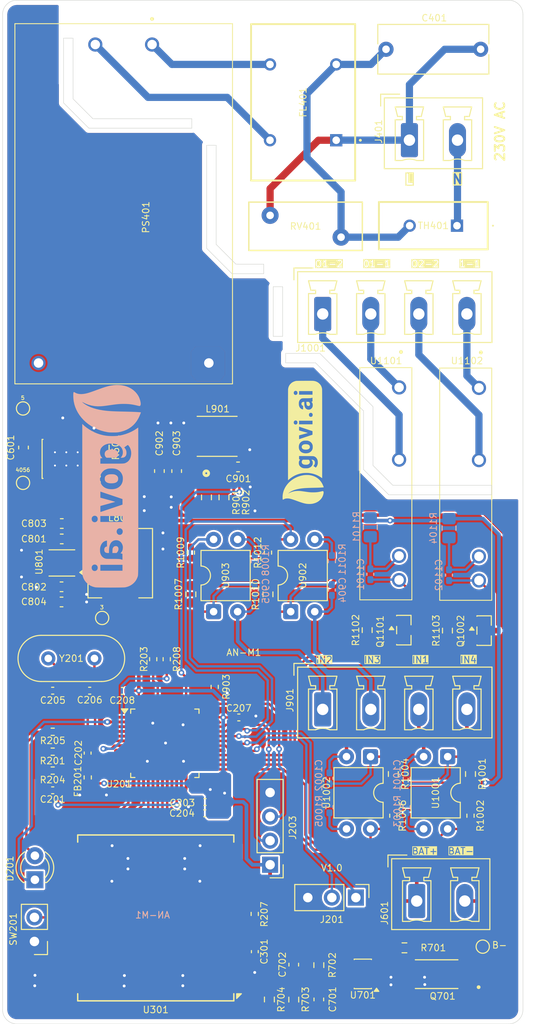
<source format=kicad_pcb>
(kicad_pcb (version 20241229) (generator "pcbnew") (generator_version "9.0")
  (layers (0 "F.Cu" signal) (2 "B.Cu" signal) (13 "F.Paste" user) (15 "B.Paste" user) (5 "F.SilkS" user "F.Silkscreen") (7 "B.SilkS" user "B.Silkscreen") (1 "F.Mask" user) (3 "B.Mask" user) (25 "Edge.Cuts" user))
  (net 0 "")
  (net 1 "/MCU/PAIR_BTN")
  (net 2 "GND")
  (net 3 "+3.3VA")
  (net 4 "+3V3")
  (net 5 "/MCU/OSC_OUT")
  (net 6 "/MCU/OSC_IN")
  (net 7 "Net-(J401-Pin_1)")
  (net 8 "Net-(C401-Pad1)")
  (net 9 "+5V")
  (net 10 "/Battery_Module/BAT(+)")
  (net 11 "Net-(J601-Pin_2)")
  (net 12 "Net-(U701-VCC)")
  (net 13 "Net-(D201-A)")
  (net 14 "/MCU/LED")
  (net 15 "Net-(PS401-AC{slash}N)")
  (net 16 "Net-(PS401-AC{slash}L)")
  (net 17 "/Input_driver/IN0")
  (net 19 "/MCU/SWDIO")
  (net 20 "/MCU/SWCLK")
  (net 21 "Net-(J401-Pin_2)")
  (net 22 "/MCU/RESET")
  (net 23 "Net-(U801-L2)")
  (net 24 "Net-(U801-L1)")
  (net 25 "Net-(U701-OD)")
  (net 28 "Net-(U701-OC)")
  (net 29 "Net-(R201-Pad2)")
  (net 30 "/MCU/BOOT0")
  (net 31 "/MCU/LoRa_INT")
  (net 32 "Net-(U601-PROG)")
  (net 33 "Net-(U701-CS)")
  (net 35 "Net-(C1001-Pad1)")
  (net 40 "+5VD")
  (net 41 "/MCU/USART1_RX")
  (net 42 "/LoRa_Module_Ra-02/LoRa-SCK")
  (net 44 "/Input_driver/IN1")
  (net 45 "/LoRa_Module_Ra-02/LoRa-NSS")
  (net 48 "/LoRa_Module_Ra-02/LoRa-MOSI")
  (net 52 "/LoRa_Module_Ra-02/LoRa-RESET")
  (net 53 "Net-(C1002-Pad1)")
  (net 54 "/LoRa_Module_Ra-02/LoRa-MISO")
  (net 56 "/MCU/USART1_TX")
  (net 57 "Net-(C1101-Pad1)")
  (net 66 "Net-(U901-SW)")
  (net 67 "/Battery_Module/BAT_VRead")
  (net 68 "Net-(U901-FB)")
  (net 69 "/5V_Boost_Converter/5V_ENABLE")
  (net 70 "Net-(C1102-Pad1)")
  (net 71 "/Output_driver/OUT1_11")
  (net 72 "/Output_driver/OUT0_14")
  (net 73 "/Output_driver/OUT1_14")
  (net 74 "/Output_driver/OUT0_11")
  (net 75 "/Input_driver/INPUT0")
  (net 76 "Net-(R1003-Pad2)")
  (net 77 "Net-(R1005-Pad2)")
  (net 78 "/Input_driver/INPUT1")
  (net 79 "/MCU/OUT_0")
  (net 80 "Net-(Q1101-C)")
  (net 81 "Net-(Q1002-C)")
  (net 82 "/MCU/OUT_1")
  (net 83 "unconnected-(U201-PA2-Pad12)")
  (net 86 "Net-(Q1002-B)")
  (net 87 "Net-(Q1101-B)")
  (net 88 "/Input_driver/IN3")
  (net 89 "Net-(C904-Pad1)")
  (net 90 "Net-(C905-Pad1)")
  (net 91 "/Input_driver/IN2")
  (net 92 "Net-(R1008-Pad2)")
  (net 93 "/Input_driver/INPUT2")
  (net 94 "Net-(R1011-Pad2)")
  (net 95 "/Input_driver/INPUT3")
  (footprint "Resistor_SMD:R_0402_1005Metric_Pad0.72x0.64mm_HandSolder" (layer "F.Cu") (at 128.802053 122.897947 90)
    (property "Reference" "FB201")
    (property "Value" "FerriteBead")
  )
  (footprint "Capacitor_SMD:C_0402_1005Metric_Pad0.74x0.62mm_HandSolder" (layer "F.Cu") (at 129.009553 113.745447 180)
    (property "Reference" "C206")
    (property "Value" "22pF")
  )
  (footprint "Resistor_SMD:R_0402_1005Metric_Pad0.72x0.64mm_HandSolder" (layer "F.Cu") (at 139.702053 99.175447 -90)
    (property "Reference" "R1009")
    (property "Value" "4.7K")
  )
  (footprint "TestPoint:TestPoint_Pad_D1.0mm" (layer "F.Cu") (at 130.325038 106.069015)
    (property "Reference" "TP801" (hide yes))
    (property "Value" "3.3V")
  )
  (footprint "Capacitor_SMD:C_0402_1005Metric_Pad0.74x0.62mm_HandSolder" (layer "F.Cu") (at 132.472053 113.767947 180)
    (property "Reference" "C208")
    (property "Value" "1uF")
  )
  (footprint "Capacitor_SMD:C_0402_1005Metric_Pad0.74x0.62mm_HandSolder" (layer "F.Cu") (at 146.462053 141.277947 -90)
    (property "Reference" "C301")
    (property "Value" "0.1uF")
  )
  (footprint "govi_v3_sensor_footprints_kicad:HLK5M05" (layer "F.Cu") (at 135.602053 45.572947 -90)
    (property "Reference" "PS401")
    (property "Value" "HLK-5M05" (hide yes))
  )
  (footprint "Fiducial:Fiducial_1mm_Mask3mm" (layer "F.Cu") (at 129.8 65.9 -90)
    (property "Reference" "FID101" (hide yes))
    (property "Value" "Fiducial")
  )
  (footprint "Package_DIP:DIP-4_W7.62mm" (layer "F.Cu") (at 150.254553 105.405447 90)
    (property "Reference" "U902")
    (property "Value" "PC817")
  )
  (footprint "LED_THT:LED_D3.0mm" (layer "F.Cu") (at 123.217053 133.692947 90)
    (property "Reference" "D201")
    (property "Value" "LED")
  )
  (footprint "Resistor_SMD:R_0402_1005Metric_Pad0.72x0.64mm_HandSolder" (layer "F.Cu") (at 125.099553 118.077947)
    (property "Reference" "R205")
    (property "Value" "1K")
  )
  (footprint "Crystal:Crystal_HC49-4H_Vertical" (layer "F.Cu") (at 124.629553 110.340447)
    (property "Reference" "Y201")
    (property "Value" "8 MHz")
  )
  (footprint "Capacitor_SMD:C_0603_1608Metric_Pad1.08x0.95mm_HandSolder" (layer "F.Cu") (at 136.377053 90.572947 90)
    (property "Reference" "C902")
    (property "Value" "22uF")
  )
  (footprint "Package_TO_SOT_SMD:SOT-23-6" (layer "F.Cu") (at 157.877053 143.625447 180)
    (property "Reference" "U701")
    (property "Value" "DW01A")
  )
  (footprint "Resistor_SMD:R_0402_1005Metric_Pad0.72x0.64mm_HandSolder" (layer "F.Cu") (at 161.102053 126.935447 90)
    (property "Reference" "R1006")
    (property "Value" "4.7K")
  )
  (footprint "Connector_Phoenix_MC_HighVoltage:PhoenixContact_MCV_1,5_4-G-5.08_1x04_P5.08mm_Vertical" (layer "F.Cu") (at 153.637053 73.997947)
    (property "Reference" "J1001" (hide yes))
    (property "Value" "Conn_01x04")
  )
  (footprint "govi_v3_sensor_footprints_kicad:B82730U3451A020-ferrite-core-inductor" (layer "F.Cu") (at 155.064553 55.670447 90)
    (property "Reference" "FL401")
    (property "Value" "10mH" (hide yes))
  )
  (footprint "Capacitor_SMD:C_0603_1608Metric_Pad1.08x0.95mm_HandSolder" (layer "F.Cu") (at 126.054553 97.734197 180)
    (property "Reference" "C801")
    (property "Value" "4.7uF")
  )
  (footprint "Resistor_SMD:R_0402_1005Metric_Pad0.72x0.64mm_HandSolder" (layer "F.Cu") (at 135.722053 110.422947 90)
    (property "Reference" "R203")
    (property "Value" "10K")
  )
  (footprint "TestPoint:TestPoint_Pad_D1.0mm" (layer "F.Cu") (at 121.963303 83.966697)
    (property "Reference" "TP401" (hide yes))
    (property "Value" "5V")
  )
  (footprint "Resistor_SMD:R_0402_1005Metric_Pad0.72x0.64mm_HandSolder" (layer "F.Cu") (at 142.222053 113.342947 90)
    (property "Reference" "R903")
    (property "Value" "10K")
  )
  (footprint "Resistor_SMD:R_0402_1005Metric_Pad0.72x0.64mm_HandSolder" (layer "F.Cu") (at 125.099553 120.178502 180)
    (property "Reference" "R201")
    (property "Value" "10K")
  )
  (footprint "Resistor_SMD:R_0603_1608Metric_Pad0.98x0.95mm_HandSolder" (layer "F.Cu") (at 169.257053 122.535447 90)
    (property "Reference" "R1001")
    (property "Value" "1K")
  )
  (footprint "Resistor_SMD:R_0603_1608Metric_Pad0.98x0.95mm_HandSolder" (layer "F.Cu") (at 130.538303 88.096697 -90)
    (property "Reference" "R601")
    (property "Value" "1.2K")
  )
  (footprint "Capacitor_SMD:C_0603_1608Metric_Pad1.08x0.95mm_HandSolder" (layer "F.Cu") (at 144.689553 90.135447)
    (property "Reference" "C901")
    (property "Value" "10uF")
  )
  (footprint "Connector_Phoenix_MC_HighVoltage:PhoenixContact_MCV_1,5_4-G-5.08_1x04_P5.08mm_Vertical" (layer "F.Cu") (at 153.637053 115.717947)
    (property "Reference" "J901")
    (property "Value" "Conn_01x04")
  )
  (footprint "Resistor_SMD:R_0603_1608Metric_Pad0.98x0.95mm_HandSolder" (layer "F.Cu") (at 153.227053 142.697947 -90)
    (property "Reference" "R702")
    (property "Value" "100R")
  )
  (footprint "Package_SON:WSON-10-1EP_2.5x2.5mm_P0.5mm_EP1.2x2mm" (layer "F.Cu") (at 126.069553 100.266697 180)
    (property "Reference" "U801")
    (property "Value" "TPS63031DSK")
  )
  (footprint "Capacitor_SMD:C_0402_1005Metric_Pad0.74x0.62mm_HandSolder" (layer "F.Cu") (at 141.197053 125.492947 180)
    (property "Reference" "C203")
    (property "Value" "0.1uF")
  )
  (footprint "Package_SO:SOIC-8-1EP_3.9x4.9mm_P1.27mm_EP2.41x3.3mm_ThermalVias" (layer "F.Cu") (at 126.538303 89.291697 -90)
    (property "Reference" "U601")
    (property "Value" "TP4056-42-ESOP8-AMS")
  )
  (footprint "Resistor_SMD:R_0603_1608Metric_Pad0.98x0.95mm_HandSolder" (layer "F.Cu") (at 166.822053 107.405447 90)
    (property "Reference" "R1103")
    (property "Value" "1K")
  )
  (footprint "Capacitor_SMD:C_0603_1608Metric_Pad1.08x0.95mm_HandSolder" (layer "F.Cu") (at 126.032897 104.384197)
    (property "Reference" "C804")
    (property "Value" "10uF")
  )
  (footprint "Inductor_SMD:L_Cenker_CKCS4030" (layer "F.Cu") (at 142.477053 86.910447 180)
    (property "Reference" "L901")
    (property "Value" "1uH")
  )
  (footprint "Package_TO_SOT_SMD:SOT-23" (layer "F.Cu") (at 170.697053 107.405447)
    (property "Reference" "Q1002")
    (property "Value" "BC817-40")
  )
  (footprint "Inductor_SMD:L_KOHERelec_MDA7030" (layer "F.Cu") (at 132.238303 100.291697 -90)
    (property "Reference" "L801")
    (property "Value" "1.5uH")
  )
  (footprint "Resistor_SMD:R_0603_1608Metric_Pad0.98x0.95mm_HandSolder" (layer "F.Cu") (at 162.277053 140.872947)
    (property "Reference" "R701")
    (property "Value" "1K")
  )
  (footprint "Resistor_SMD:R_0603_1608Metric_Pad0.98x0.95mm_HandSolder" (layer "F.Cu") (at 150.577053 146.335447 -90)
    (property "Reference" "R703")
    (property "Value" "220K")
  )
  (footprint "govi_v3_sensor_footprints_kicad:logo" (layer "F.Cu") (at 151.825 87.55 90)
    (property "Reference" "G***" (hide yes))
    (property "Value" "LOGO" (hide yes))
  )
  (footprint "govi_v3_sensor_footprints_kicad:SOT563-ORI" (layer "F.Cu") (at 141.127053 90.206947 90)
    (property "Reference" "U901" (hide yes))
    (property "Value" "TPS61023DRLR")
  )
  (footprint "Capacitor_THT:C_Rect_L11.5mm_W5.0mm_P10.00mm_MKT" (layer "F.Cu") (at 160.329553 46.072947)
    (property "Reference" "C401")
    (property "Value" "0.1MFD/250VAC")
  )
  (footprint "Package_DIP:DIP-4_W7.62mm" (layer "F.Cu") (at 166.847053 120.705447 -90)
    (property "Reference" "U1001")
    (property "Value" "PC817")
  )
  (footprint "RF_Module:Ai-Thinker-Ra-01-LoRa" (layer "F.Cu") (at 135.992053 137.717947 180)
    (property "Reference" "U301")
    (property "Value" "Ra-02")
  )
  (footprint "Resistor_SMD:R_0402_1005Metric_Pad0.72x0.64mm_HandSolder" (layer "F.Cu") (at 137.152053 110.422947 -90)
    (property "Reference" "R208")
    (property "Value" "10K")
  )
  (footprint "Resistor_SMD:R_0402_1005Metric_Pad0.72x0.64mm_HandSolder" (layer "F.Cu") (at 125.099553 122.172947)
    (property "Reference" "R204")
    (property "Value" "10K")
  )
  (footprint "Resistor_SMD:R_0603_1608Metric_Pad0.98x0.95mm_HandSolder" (layer "F.Cu") (at 161.102053 122.535447 90)
    (property "Reference" "R1004")
    (property "Value" "1K")
  )
  (footprint "Varistor:RV_Disc_D12mm_W5.1mm_P7.5mm" (layer "F.Cu") (at 155.577053 65.897947 180)
    (property "Reference" "RV401")
    (property "Value" "Varistor")
  )
  (footprint "govi_v3_sensor_footprints_kicad:G3MB202PLDC5" (layer "F.Cu") (at 170.152053 81.797947 90)
    (property "Reference" "U1102")
    (property "Value" "G3MB-202P" (hide yes))
  )
  (footprint "Capacitor_SMD:C_0402_1005Metric_Pad0.74x0.62mm_HandSolder" (layer "F.Cu") (at 125.099553 124.252947 180)
    (property "Reference" "C201")
    (property "Value" "0.1uF")
  )
  (footprint "Resistor_SMD:R_0402_1005Metric_Pad0.72x0.64mm_HandSolder" (layer "F.Cu") (at 147.852053 99.175447 -90)
    (property "Reference" "R1012")
    (property "Value" "4.7K")
  )
  (footprint "Package_QFP:LQFP-48_7x7mm_P0.5mm" (layer "F.Cu") (at 136.952053 119.292947)
    (property "Reference" "U201")
    (property "Value" "STM32F103C6Tx")
  )
  (footprint "TestPoint:TestPoint_Pad_D1.0mm" (layer "F.Cu") (at 170.552053 140.747947)
    (property "Reference" "TP701" (hide yes))
    (property "Value" "BAT-")
  )
  (footprint "govi_v3_sensor_footprints_kicad:B57236S0250M000-Thermister" (layer "F.Cu") (at 167.829553 64.685447 180)
    (property "Reference" "TH401")
    (property "Value" "Thermistor" (hide yes))
  )
  (footprint "Capacitor_SMD:C_0603_1608Metric_Pad1.08x0.95mm_HandSolder" (layer "F.Cu") (at 122.013303 88.091697 -90)
    (property "Reference" "C601")
    (property "Value" "10uF")
  )
  (footprint "Package_DIP:DIP-4_W7.62mm" (layer "F.Cu") (at 142.104553 105.405447 90)
    (property "Reference" "U903")
    (property "Value" "PC817")
  )
  (footprint "govi_v3_sensor_footprints_kicad:G3MB202PLDC5" (layer "F.Cu") (at 161.709553 81.747947 90)
    (property "Reference" "U1101")
    (property "Value" "G3MB-202P" (hide yes))
  )
  (footprint "Resistor_SMD:R_0603_1608Metric_Pad0.98x0.95mm_HandSolder" (layer "F.Cu") (at 143.202053 93.347947 -90)
    (property "Reference" "R902")
    (property "Value" "100K")
  )
  (footprint "Capacitor_SMD:C_0603_1608Metric_Pad1.08x0.95mm_HandSolder" (layer "F.Cu") (at 150.577053 142.647947 90)
    (property "Reference" "C702")
    (property "Value" "10uF")
  )
  (footprint "Capacitor_SMD:C_0603_1608Metric_Pad1.08x0.95mm_HandSolder" (layer "F.Cu") (at 126.032897 102.784197)
    (property "Reference" "C802")
    (property "Value" "10uF")
  )
  (footprint "Resistor_SMD:R_0603_1608Metric_Pad0.98x0.95mm_HandSolder" (layer "F.Cu") (at 158.337053 107.355447 90)
    (property "Reference" "R1102")
    (property "Value" "1K")
  )
  (footprint "Resistor_SMD:R_0603_1608Metric_Pad0.98x0.95mm_HandSolder" (layer "F.Cu") (at 139.702053 103.575447 -90)
    (property "Reference" "R1007")
    (property "Value" "1K")
  )
  (footprint "Connector_PinHeader_2.54mm:PinHeader_1x02_P2.54mm_Vertical" (layer "F.Cu") (at 123.167053 140.202947 180)
    (property "Reference" "SW201")
    (property "Value" "SW_Push")
  )
  (footprint "Capacitor_SMD:C_0402_1005Metric_Pad0.74x0.62mm_HandSolder" (layer "F.Cu") (at 125.099553 113.745447 180)
    (property "Reference" "C205")
    (property "Value" "22pF")
  )
  (footprint "Resistor_SMD:R_0603_1608Metric_Pad0.98x0.95mm_HandSolder" (layer "F.Cu") (at 148.002053 146.322947 90)
    (property "Reference" "R704")
    (property "Value" "100K")
  )
  (footprint "Connector_Phoenix_MC_HighVoltage:PhoenixContact_MCV_1,5_2-G-5.08_1x02_P5.08mm_Vertical" (layer "F.Cu") (at 163.574553 135.935447)
    (property "Reference" "J601")
    (property "Value" "Conn_01x02")
  )
  (footprint "Package_DIP:DIP-4_W7.62mm" (layer "F.Cu") (at 158.692053 120.705447 -90)
    (property "Reference" "U1002")
    (property "Value" "PC817")
  )
  (footprint "Connector_PinHeader_2.54mm:PinHeader_1x03_P2.54mm_Vertical" (layer "F.Cu") (at 157.142053 135.572947 -90)
    (property "Reference" "J201")
    (property "Value" "Conn_01x03")
  )
  (footprint "Connector_PinHeader_2.54mm:PinHeader_1x04_P2.54mm_Vertical" (layer "F.Cu") (at 148.077053 132.107947 180)
    (property "Reference" "J203")
    (property "Value" "Conn_01x04")
  )
  (footprint "Package_TO_SOT_SMD:SOT-23" (layer "F.Cu") (at 162.212053 107.355447)
    (property "Reference" "Q1101")
    (property "Value" "BC817-40")
  )
  (footprint "Capacitor_SMD:C_0402_1005Metric_Pad0.74x0.62mm_HandSolder" (layer "F.Cu") (at 144.772053 116.567947)
    (property "Reference" "C207")
    (property "Value" "0.1uF")
  )
  (footprint "Capacitor_SMD:C_0603_1608Metric_Pad1.08x0.95mm_HandSolder" (layer "F.Cu") (at 138.202053 90.572947 90)
    (property "Reference" "C903")
    (property "Value" "22uF")
  )
  (footprint "Capacitor_SMD:C_0402_1005Metric_Pad0.74x0.62mm_HandSolder" (layer "F.Cu") (at 141.174553 126.677947 180)
    (property "Reference" "C204")
    (property "Value" "0.1uF")
  )
  (footprint "Resistor_SMD:R_0402_1005Metric_Pad0.72x0.64mm_HandSolder" (layer "F.Cu") (at 146.452053 137.297947 -90)
    (property "Reference" "R207")
    (property "Value" "10K")
  )
  (footprint "Connector_Phoenix_MC_HighVoltage:PhoenixContact_MCV_1,5_2-G-5.08_1x02_P5.08mm_Vertical" (layer "F.Cu") (at 162.802053 55.660447)
    (property "Reference" "J401")
    (property "Value" "7.62mm 2-Pin Screw Terminal")
  )
  (footprint "Capacitor_SMD:C_0402_1005Metric_Pad0.74x0.62mm_HandSolder" (layer "F.Cu") (at 128.792053 120.327947 90)
    (property "Reference" "C202")
    (property "Value" "0.1uF")
  )
  (footprint "Capacitor_SMD:C_0603_1608Metric_Pad1.08x0.95mm_HandSolder" (layer "F.Cu") (at 126.057897 96.109197 180)
    (property "Reference" "C803")
    (property "Value" "10uF")
  )
  (footprint "Resistor_SMD:R_0603_1608Metric_Pad0.98x0.95mm_HandSolder" (layer "F.Cu") (at 147.852053 103.575447 -90)
    (property "Reference" "R1010")
    (property "Value" "1K")
  )
  (footprint "Capacitor_SMD:C_0603_1608Metric_Pad1.08x0.95mm_HandSolder" (layer "F.Cu") (at 153.227053 146.317947 -90)
    (property "Reference" "C701")
    (property "Value" "0.1uF")
  )
  (footprint "Resistor_SMD:R_0402_1005Metric_Pad0.72x0.64mm_HandSolder" (layer "F.Cu") (at 169.257053 126.935447 90)
    (property "Reference" "R1002")
    (property "Value" "4.7K")
  )
  (footprint "Resistor_SMD:R_0603_1608Metric_Pad0.98x0.95mm_HandSolder" (layer "F.Cu") (at 141.352053 93.347947 90)
    (property "Reference" "R901")
    (property "Value" "732K")
  )
  (footprint "TestPoint:TestPoint_Pad_D1.0mm" (layer "F.Cu") (at 121.963303 91.816697)
    (property "Reference" "TP601" (hide yes))
    (property "Value" "4056")
  )
  (footprint "govi_v3_sensor_footprints_kicad:SOP65P640X120-8N" (layer "F.Cu") (at 165.677053 143.650447 180)
    (property "Reference" "Q701")
    (property "Value" "FS8205A")
  )
  (footprint "Resistor_SMD:R_0402_1005Metric_Pad0.72x0.64mm_HandSolder" (layer "B.Cu") (at 154.352053 126.035447 -90)
    (property "Reference" "R1005")
    (property "Value" "100K")
  )
  (footprint "Resistor_SMD:R_0402_1005Metric_Pad0.72x0.64mm_HandSolder" (layer "B.Cu") (at 154.602053 100.072947 90)
    (property "Reference" "R1011")
    (property "Value" "100K")
  )
  (footprint "Resistor_SMD:R_0805_2012Metric_Pad1.20x1.40mm_HandSolder" (layer "B.Cu") (at 166.987053 96.592947 -90)
    (property "Reference" "R1104")
    (property "Value" "10R 0805")
  )
  (footprint "govi_v3_sensor_footprints_kicad:govi-ai-logo-back" (layer "B.Cu") (at 131.268303 92.175 -90)
    (property "Reference" "G***" (hide yes))
    (property "Value" "LOGO" (hide yes))
  )
  (footprint "Resistor_SMD:R_0402_1005Metric_Pad0.72x0.64mm_HandSolder" (layer "B.Cu") (at 146.452053 100.072947 90)
    (property "Reference" "R1008")
    (property "Value" "100K")
  )
  (footprint "Capacitor_SMD:C_0402_1005Metric_Pad0.74x0.62mm_HandSolder" (layer "B.Cu") (at 154.602053 103.122947 -90)
    (property "Reference" "C904")
    (property "Value" "0.1uF")
  )
  (footprint "Capacitor_SMD:C_0402_1005Metric_Pad0.74x0.62mm_HandSolder" (layer "B.Cu") (at 146.452053 103.122947 -90)
    (property "Reference" "C905")
    (property "Value" "0.1uF")
  )
  (footprint "Capacitor_SMD:C_0402_1005Metric_Pad0.74x0.62mm_HandSolder" (layer "B.Cu") (at 158.669553 101.460447 -90)
    (property "Reference" "C1101")
    (property "Value" "0.1uF")
  )
  (footprint "Resistor_SMD:R_0402_1005Metric_Pad0.72x0.64mm_HandSolder" (layer "B.Cu") (at 162.507053 126.037947 -90)
    (property "Reference" "R1003")
    (property "Value" "100K")
  )
  (footprint "Capacitor_SMD:C_0402_1005Metric_Pad0.74x0.62mm_HandSolder" (layer "B.Cu") (at 162.507053 122.987947 90)
    (property "Reference" "C1001")
    (property "Value" "0.1uF")
  )
  (footprint "Capacitor_SMD:C_0402_1005Metric_Pad0.74x0.62mm_HandSolder" (layer "B.Cu") (at 154.352053 122.985447 90)
    (property "Reference" "C1002")
    (property "Value" "0.1uF")
  )
  (footprint "Capacitor_SMD:C_0402_1005Metric_Pad0.74x0.62mm_HandSolder" (layer "B.Cu") (at 166.987053 101.552947 -90)
    (property "Reference" "C1102")
    (property "Value" "0.1uF")
  )
  (footprint "Resistor_SMD:R_0805_2012Metric_Pad1.20x1.40mm_HandSolder" (layer "B.Cu") (at 158.669553 96.500447 -90)
    (property "Reference" "R1101")
    (property "Value" "10R 0805")
  )
  (gr_line (start 141.375 67.080139) (end 144.044345 69.749484) (stroke (width 0.05)) (layer "Edge.Cuts"))
  (gr_arc (start 119.802053 42.397947) (mid 120.240792 41.338739) (end 121.3 40.9) (stroke (width 0.05)) (layer "Edge.Cuts"))
  (gr_line (start 126.25042 44.9) (end 127.250662 44.9) (stroke (width 0.05)) (layer "Edge.Cuts"))
  (gr_line (start 142.375 56.20042) (end 141.375 56.20042) (stroke (width 0.05)) (layer "Edge.Cuts"))
  (gr_line (start 161.045516 92.075) (end 158.951178 89.980662) (stroke (width 0.05)) (layer "Edge.Cuts"))
  (gr_line (start 148.409969 76.361147) (end 148.409969 71.125) (stroke (width 0.05)) (layer "Edge.Cuts"))
  (gr_line (start 149.725 79.15) (end 149.725 78.159969) (stroke (width 0.05)) (layer "Edge.Cuts"))
  (gr_line (start 147.4 68.749758) (end 144.478822 68.749758) (stroke (width 0.05)) (layer "Edge.Cuts"))
  (gr_line (start 147.4 69.75) (end 144.046178 69.75) (stroke (width 0.05)) (layer "Edge.Cuts"))
  (gr_line (start 128.920281 54.4) (end 126.250936 51.730655) (stroke (width 0.05)) (layer "Edge.Cuts"))
  (gr_line (start 157.950936 84.225) (end 157.950936 90.403822) (stroke (width 0.05)) (layer "Edge.Cuts"))
  (gr_line (start 127.250662 44.9) (end 127.250662 51.296178) (stroke (width 0.05)) (layer "Edge.Cuts"))
  (gr_line (start 173.304107 148.895853) (end 121.3 148.897947) (stroke (width 0.05)) (layer "Edge.Cuts"))
  (gr_line (start 171.500516 93.075) (end 160.620797 93.075) (stroke (width 0.05)) (layer "Edge.Cuts"))
  (gr_line (start 129.345 53.4) (end 127.250662 51.305662) (stroke (width 0.05)) (layer "Edge.Cuts"))
  (gr_line (start 171.500516 92.075) (end 171.500516 93.075) (stroke (width 0.05)) (layer "Edge.Cuts"))
  (gr_arc (start 121.3 148.897947) (mid 120.240792 148.459208) (end 119.802053 147.4) (stroke (width 0.05)) (layer "Edge.Cuts"))
  (gr_line (start 119.802053 147.4) (end 119.802054 42.397947) (stroke (width 0.05)) (layer "Edge.Cuts"))
  (gr_line (start 158.951178 83.775) (end 158.951178 89.971178) (stroke (width 0.05)) (layer "Edge.Cuts"))
  (gr_line (start 157.950936 84.225) (end 152.880724 79.154788) (stroke (width 0.05)) (layer "Edge.Cuts"))
  (gr_line (start 171.500516 92.075) (end 161.045516 92.075) (stroke (width 0.05)) (layer "Edge.Cuts"))
  (gr_line (start 142.375 66.65542) (end 144.469338 68.749758) (stroke (width 0.05)) (layer "Edge.Cuts"))
  (gr_line (start 121.3 40.899953) (end 173.3021 40.899999) (stroke (width 0.05)) (layer "Edge.Cuts"))
  (gr_line (start 149.725 79.154788) (end 152.880724 79.154788) (stroke (width 0.05)) (layer "Edge.Cuts"))
  (gr_line (start 158.951178 83.775) (end 153.336147 78.159969) (stroke (width 0.05)) (layer "Edge.Cuts"))
  (gr_line (start 126.25042 44.9) (end 126.25042 51.728822) (stroke (width 0.05)) (layer "Edge.Cuts"))
  (gr_line (start 142.375 56.20042) (end 142.375 66.65542) (stroke (width 0.05)) (layer "Edge.Cuts"))
  (gr_line (start 160.620797 93.075) (end 157.951452 90.405655) (stroke (width 0.05)) (layer "Edge.Cuts"))
  (gr_line (start 149.725 78.159969) (end 153.336147 78.159969) (stroke (width 0.05)) (layer "Edge.Cuts"))
  (gr_line (start 174.800002 42.3979) (end 174.802054 147.397949) (stroke (width 0.05)) (layer "Edge.Cuts"))
  (gr_arc (start 173.302055 40.899999) (mid 174.361263 41.338738) (end 174.800002 42.397946) (stroke (width 0.05)) (layer "Edge.Cuts"))
  (gr_line (start 149.4 76.361147) (end 148.409969 76.361147) (stroke (width 0.05)) (layer "Edge.Cuts"))
  (gr_line (start 141.375 56.20042) (end 141.375 67.080139) (stroke (width 0.05)) (layer "Edge.Cuts"))
  (gr_line (start 149.4 71.125) (end 148.409969 71.125) (stroke (width 0.05)) (layer "Edge.Cuts"))
  (gr_line (start 139.8 53.4) (end 139.8 54.4) (stroke (width 0.05)) (layer "Edge.Cuts"))
  (gr_line (start 149.404788 76.361147) (end 149.404788 71.125) (stroke (width 0.05)) (layer "Edge.Cuts"))
  (gr_line (start 139.8 54.4) (end 128.920281 54.4) (stroke (width 0.05)) (layer "Edge.Cuts"))
  (gr_line (start 147.402053 69.75) (end 147.402053 68.749758) (stroke (width 0.05)) (layer "Edge.Cuts"))
  (gr_arc (start 174.802054 147.397949) (mid 174.363315 148.457157) (end 173.304107 148.895896) (stroke (width 0.05)) (layer "Edge.Cuts"))
  (gr_line (start 139.8 53.4) (end 129.345 53.4) (stroke (width 0.05)) (layer "Edge.Cuts"))
  (gr_text "IN4" (at 168.1 110.9 0) (layer "F.SilkS" knockout) (effects (font (size 0.7 0.7) (thickness 0.1) (bold yes)) (justify left bottom)))
  (gr_text "IN1" (at 163.02 110.9 0) (layer "F.SilkS" knockout) (effects (font (size 0.7 0.7) (thickness 0.1) (bold yes)) (justify left bottom)))
  (gr_text "O2-2" (at 162.935 69.125 0) (layer "F.SilkS" knockout) (effects (font (size 0.7 0.7) (thickness 0.1) (bold yes)) (justify left bottom)))
  (gr_text "AN-M1" (at 145.3 110.125 0) (layer "F.SilkS") (effects (font (size 0.7 0.7) (thickness 0.1)) (justify bottom)))
  (gr_text "4056" (at 121.128303 90.691697 0) (layer "F.SilkS") (effects (font (size 0.4 0.4) (thickness 0.08) (bold yes)) (justify left bottom)))
  (gr_text "L" (at 162.752053 60.397947 0) (layer "F.SilkS" knockout) (effects (font (size 1 1) (thickness 0.2) (bold yes)) (justify bottom)))
  (gr_text "230V AC" (at 172.375 54.725 90) (layer "F.SilkS") (effects (font (size 1 1) (thickness 0.2) (bold yes))))
  (gr_text "O1-2\n" (at 152.775 69.125 0) (layer "F.SilkS" knockout) (effects (font (size 0.7 0.7) (thickness 0.1) (bold yes)) (justify left bottom)))
  (gr_text "3" (at 130.054562 105.189015 0) (layer "F.SilkS") (effects (font (size 0.4 0.4) (thickness 0.08) (bold yes)) (justify left bottom)))
  (gr_text "5" (at 121.692827 83.086697 0) (layer "F.SilkS") (effects (font (size 0.4 0.4) (thickness 0.08) (bold yes)) (justify left bottom)))
  (gr_text "J1001" (at 152.35 77.6 0) (layer "F.SilkS") (effects (font (size 0.7 0.7) (thickness 0.1) (bold yes))))
  (gr_text "01-1" (at 157.855 69.125 0) (layer "F.SilkS" knockout) (effects (font (size 0.7 0.7) (thickness 0.1) (bold yes)) (justify left bottom)))
  (gr_text "V1.0" (at 154.6 132.45 0) (layer "F.SilkS") (effects (font (size 0.7 0.7) (thickness 0.1))))
  (gr_text "BAT-\n" (at 166.825 131.075 0) (layer "F.SilkS" knockout) (effects (font (size 0.7 0.7) (thickness 0.1) (bold yes)) (justify left bottom)))
  (gr_text "B-\n" (at 171.477053 140.997947 0) (layer "F.SilkS") (effects (font (size 0.7 0.7) (thickness 0.1) (bold yes)) (justify left bottom)))
  (gr_text "N" (at 167.877053 60.372947 0) (layer "F.SilkS" knockout) (effects (font (size 1 1) (thickness 0.2) (bold yes)) (justify bottom)))
  (gr_text "BAT+" (at 163 131.075 0) (layer "F.SilkS" knockout) (effects (font (size 0.7 0.7) (thickness 0.1) (bold yes)) (justify left bottom)))
  (gr_text "IN3" (at 157.94 110.9 0) (layer "F.SilkS" knockout) (effects (font (size 0.7 0.7) (thickness 0.1) (bold yes)) (justify left bottom)))
  (gr_text "IN2" (at 152.86 110.9 0) (layer "F.SilkS" knockout) (effects (font (size 0.7 0.7) (thickness 0.1) (bold yes)) (justify left bottom)))
  (gr_text "1-1" (at 168.015 69.125 0) (layer "F.SilkS" knockout) (effects (font (size 0.7 0.7) (thickness 0.1) (bold yes)) (justify left bottom)))
  (gr_text "AN-M1" (at 135.65 137.825 0) (layer "B.SilkS") (effects (font (size 0.7 0.7) (thickness 0.1)) (justify bottom mirror)))
  (segment (start 125.697053 124.222947) (end 125.667053 124.252947) (width 0.38) (layer "F.Cu") (net 1))
  (segment (start 125.667053 125.787947) (end 125.667053 124.252947) (width 0.25) (layer "F.Cu") (net 1))
  (segment (start 125.697053 122.172947) (end 125.697053 124.222947) (width 0.25) (layer "F.Cu") (net 1))
  (segment (start 138.202053 125.797947) (end 138.202053 123.455447) (width 0.25) (layer "F.Cu") (net 1))
  (via (at 138.202053 125.797947) (size 0.6) (drill 0.3) (layers "F.Cu" "B.Cu") (net 1))
  (via (at 125.667053 125.787947) (size 0.6) (drill 0.3) (layers "F.Cu" "B.Cu") (net 1))
  (segment (start 135.727053 125.797947) (end 135.717053 125.787947) (width 0.25) (layer "B.Cu") (net 1))
  (segment (start 135.717053 125.787947) (end 125.667053 125.787947) (width 0.25) (layer "B.Cu") (net 1))
  (segment (start 138.202053 125.797947) (end 135.727053 125.797947) (width 0.25) (layer "B.Cu") (net 1))
  (segment (start 139.177053 117.042947) (end 138.877053 117.342947) (width 0.25) (layer "F.Cu") (net 2))
  (segment (start 132.789553 120.042947) (end 134.852053 120.042947) (width 0.25) (layer "F.Cu") (net 2))
  (segment (start 139.202053 123.455447) (end 139.202053 121.467947) (width 0.25) (layer "F.Cu") (net 2))
  (segment (start 125.903303 86.816697) (end 125.903303 85.226697) (width 0.25) (layer "F.Cu") (net 2))
  (segment (start 125.903303 88.656697) (end 125.903303 86.816697) (width 0.38) (layer "F.Cu") (net 2))
  (segment (start 124.857053 100.766697) (end 125.569553 100.766697) (width 0.25) (layer "F.Cu") (net 2))
  (segment (start 138.246553 89.665947) (end 140.377053 89.665947) (width 0.38) (layer "F.Cu") (net 2))
  (segment (start 164.172053 143.325447) (end 164.402053 143.555447) (width 0.38) (layer "F.Cu") (net 2))
  (segment (start 140.373553 89.710447) (end 140.377053 89.706947) (width 0.25) (layer "F.Cu") (net 2))
  (segment (start 125.903303 85.226697) (end 126.163303 84.966697) (width 0.25) (layer "F.Cu") (net 2))
  (segment (start 134.852053 120.042947) (end 135.102053 120.292947) (width 0.25) (layer "F.Cu") (net 2))
  (segment (start 162.797053 143.325447) (end 161.072053 143.325447) (width 0.38) (layer "F.Cu") (net 2))
  (segment (start 128.163303 89.291697) (end 126.538303 89.291697) (width 0.38) (layer "F.Cu") (net 2))
  (segment (start 126.538303 89.291697) (end 125.903303 88.656697) (width 0.38) (layer "F.Cu") (net 2))
  (segment (start 135.677053 117.167947) (end 134.702053 116.192947) (width 0.25) (layer "F.Cu") (net 2))
  (segment (start 123.382897 102.834197) (end 123.382897 101.190853) (width 0.25) (layer "F.Cu") (net 2))
  (segment (start 160.852053 143.545447) (end 160.852053 143.975447) (width 0.38) (layer "F.Cu") (net 2))
  (segment (start 135.102053 120.292947) (end 135.102053 121.192947) (width 0.25) (layer "F.Cu") (net 2))
  (segment (start 134.702053 116.192947) (end 134.702053 115.130447) (width 0.25) (layer "F.Cu") (net 2))
  (segment (start 128.443303 86.816697) (end 128.443303 89.011697) (width 0.38) (layer "F.Cu") (net 2))
  (segment (start 162.797053 143.325447) (end 164.172053 143.325447) (width 0.38) (layer "F.Cu") (net 2))
  (segment (start 129.038303 86.816697) (end 129.263303 86.591697) (width 0.38) (layer "F.Cu") (net 2))
  (segment (start 164.402053 143.555447) (end 164.402053 143.975447) (width 0.38) (layer "F.Cu") (net 2))
  (segment (start 128.443303 89.011697) (end 128.163303 89.291697) (width 0.38) (layer "F.Cu") (net 2))
  (segment (start 127.282053 100.266697) (end 126.069553 100.266697) (width 0.25) (layer "F.Cu") (net 2))
  (segment (start 162.797053 143.975447) (end 164.402053 143.975447) (width 0.38) (layer "F.Cu") (net 2))
  (segment (start 123.382897 101.190853) (end 123.807053 100.766697) (width 0.25) (layer "F.Cu") (net 2))
  (segment (start 128.443303 86.816697) (end 129.038303 86.816697) (width 0.38) (layer "F.Cu") (net 2))
  (segment (start 139.202053 121.467947) (end 138.927053 121.192947) (width 0.25) (layer "F.Cu") (net 2))
  (segment (start 141.114553 117.042947) (end 139.177053 117.042947) (width 0.25) (layer "F.Cu") (net 2))
  (segment (start 123.807053 100.766697) (end 124.857053 100.766697) (width 0.25) (layer "F.Cu") (net 2))
  (segment (start 160.852053 143.975447) (end 162.797053 143.975447) (width 0.38) (layer "F.Cu") (net 2))
  (segment (start 138.202053 89.710447) (end 138.246553 89.665947) (width 0.38) (layer "F.Cu") (net 2))
  (segment (start 129.263303 86.591697) (end 129.463303 86.391697) (width 0.38) (layer "F.Cu") (net 2))
  (segment (start 129.463303 86.391697) (end 129.463303 86.041697) (width 0.38) (layer "F.Cu") (net 2))
  (segment (start 161.072053 143.325447) (end 160.852053 143.545447) (width 0.38) (layer "F.Cu") (net 2))
  (via (at 140.652053 133.847947) (size 0.6) (drill 0.3) (layers "F.Cu" "B.Cu") (net 2))
  (via (at 138.927053 121.192947) (size 0.6) (drill 0.3) (layers "F.Cu" "B.Cu") (net 2))
  (via (at 135.677053 117.167947) (size 0.6) (drill 0.3) (layers "F.Cu" "B.Cu") (net 2))
  (via (at 121.802053 98.922947) (size 0.6) (drill 0.3) (layers "F.Cu" "B.Cu") (net 2))
  (via (at 137.627053 94.397947) (size 0.6) (drill 0.3) (layers "F.Cu" "B.Cu") (net 2))
  (via (at 139.052053 131.447947) (size 0.6) (drill 0.3) (layers "F.Cu" "B.Cu") (net 2))
  (via (at 138.852053 143.797947) (size 0.6) (drill 0.3) (layers "F.Cu" "B.Cu") (net 2))
  (via (at 136.752053 97.097947) (size 0.6) (drill 0.3) (layers "F.Cu" "B.Cu") (net 2))
  (via (at 146.452053 143.472947) (size 0.6) (drill 0.3) (layers "F.Cu" "B.Cu") (net 2))
  (via (at 143.547053 113.992947) (size 0.6) (drill 0.3) (layers "F.Cu" "B.Cu") (net 2))
  (via (at 138.877053 117.342947) (size 0.6) (drill 0.3) (layers "F.Cu" "B.Cu") (net 2))
  (via (at 133.052053 132.547947) (size 0.6) (drill 0.3) (layers "F.Cu" "B.Cu") (net 2))
  (via (at 145.927053 88.322947) (size 0.6) (drill 0.3) (layers "F.Cu" "B.Cu") (net 2))
  (via (at 164.427053 144.750447) (size 0.6) (drill 0.3) (layers "F.Cu" "B.Cu") (net 2))
  (via (at 145.977053 92.247947) (size 0.6) (drill 0.3) (layers "F.Cu" "B.Cu") (net 2))
  (via (at 135.102053 121.192947) (size 0.6) (drill 0.3) (layers "F.Cu" "B.Cu") (net 2))
  (via (at 128.682897 104.384197) (size 0.6) (drill 0.3) (layers "F.Cu" "B.Cu") (net 2))
  (via (at 121.802053 101.747947) (size 0.6) (drill 0.3) (layers "F.Cu" "B.Cu") (net 2))
  (via (at 160.852053 143.975447) (size 0.6) (drill 0.3) (layers "F.Cu" "B.Cu") (net 2))
  (via (at 146.477053 94.772947) (size 0.6) (drill 0.3) (layers "F.Cu" "B.Cu") (net 2))
  (via (at 136.752053 98.797947) (size 0.6) (drill 0.3) (layers "F.Cu" "B.Cu") (net 2))
  (via (at 131.377053 130.097947) (size 0.6) (drill 0.3) (layers "F.Cu" "B.Cu") (net 2))
  (via (at 138.852053 144.872947) (size 0.6) (drill 0.3) (layers "F.Cu" "B.Cu") (net 2))
  (via (at 129.463303 86.041697) (size 0.6) (drill 0.3) (layers "F.Cu" "B.Cu") (net 2))
  (via (at 160.852053 144.775447) (size 0.6) (drill 0.3) (layers "F.Cu" "B.Cu") (net 2))
  (via (at 140.677053 130.097947) (size 0.6) (drill 0.3) (layers "F.Cu" "B.Cu") (net 2))
  (via (at 136.227053 85.497947) (size 0.6) (drill 0.3) (layers "F.Cu" "B.Cu") (net 2))
  (via (at 123.227053 143.772947) (size 0.6) (drill 0.3) (layers "F.Cu" "B.Cu") (net 2))
  (via (at 128.682897 103.584197) (size 0.6) (drill 0.3) (layers "F.Cu" "B.Cu") (net 2))
  (via (at 139.052053 132.547947) (size 0.6) (drill 0.3) (layers "F.Cu" "B.Cu") (net 2))
  (via (at 123.387818 102.831879) (size 0.6) (drill 0.3) (layers "F.Cu" "B.Cu") (net 2))
  (via (at 139.447053 125.992947) (size 0.6) (drill 0.3) (layers "F.Cu" "B.Cu") (net 2))
  (via (at 132.652053 144.897947) (size 0.6) (drill 0.3) (layers "F.Cu" "B.Cu") (net 2))
  (via (at 127.952053 124.747947) (size 0.6) (drill 0.3) (layers "F.Cu" "B.Cu") (net 2))
  (via (at 137.627053 93.296412) (size 0.6) (drill 0.3) (layers "F.Cu" "B.Cu") (net 2))
  (via (at 134.777053 93.272947) (size 0.6) (drill 0.3) (layers "F.Cu" "B.Cu") (net 2))
  (via (at 164.402053 143.975447) (size 0.6) (drill 0.3) (layers "F.Cu" "B.Cu") (net 2))
  (via (at 146.572053 116.417947) (size 0.6) (drill 0.3) (layers "F.Cu" "B.Cu") (net 2))
  (via (at 132.677053 143.797947) (size 0.6) (drill 0.3) (layers "F.Cu" "B.Cu") (net 2))
  (via (at 130.777053 124.747947) (size 0.6) (drill 0.3) (layers "F.Cu" "B.Cu") (net 2))
  (via (at 133.052053 131.447947) (size 0.6) (drill 0.3) (layers "F.Cu" "B.Cu") (net 2))
  (via (at 123.202053 144.872947) (size 0.6) (drill 0.3) (layers "F.Cu" "B.Cu") (net 2))
  (via (at 137.589553 85.497947) (size 0.6) (drill 0.3) (layers "F.Cu" "B.Cu") (net 2))
  (via (at 126.163303 84.966697) (size 0.6) (drill 0.3) (layers "F.Cu" "B.Cu") (net 2))
  (via (at 134.777053 94.747947) (size 0.6) (drill 0.3) (layers "F.Cu" "B.Cu") (net 2))
  (via (at 131.352053 133.847947) (size 0.6) (drill 0.3) (layers "F.Cu" "B.Cu") (net 2))
  (via (at 137.027053 119.267947) (size 0.6) (drill 0.3) (layers "F.Cu" "B.Cu") (net 2))
  (via (at 138.952053 85.497947) (size 0.6) (drill 0.3) (layers "F.Cu" "B.Cu") (net 2))
  (segment (start 130.297053 120.867947) (end 130.622053 120.542947) (width 0.25) (layer "F.Cu") (net 3))
  (segment (start 130.622053 120.542947) (end 132.789553 120.542947) (width 0.25) (layer "F.Cu") (net 3))
  (segment (start 128.792053 120.895447) (end 128.819553 120.867947) (width 0.25) (layer "F.Cu") (net 3))
  (segment (start 128.792053 120.895447) (end 128.792053 122.530447) (width 0.25) (layer "F.Cu") (net 3))
  (segment (start 128.819553 120.867947) (end 130.297053 120.867947) (width 0.25) (layer "F.Cu") (net 3))
  (segment (start 141.752053 124.17295) (end 141.752053 125.480447) (width 0.38) (layer "F.Cu") (net 4))
  (segment (start 148.077053 140.047947) (end 148.077053 132.107947) (width 0.38) (layer "F.Cu") (net 4))
  (segment (start 127.142053 120.852947) (end 126.467608 120.178502) (width 0.25) (layer "F.Cu") (net 4))
  (segment (start 127.142053 123.152947) (end 127.142053 120.852947) (width 0.25) (layer "F.Cu") (net 4))
  (segment (start 134.202053 106.069015) (end 130.325038 106.069015) (width 0.38) (layer "F.Cu") (net 4))
  (segment (start 143.121442 116.567947) (end 142.880768 116.567947) (width 0.25) (layer "F.Cu") (net 4))
  (segment (start 159.402053 138.272947) (end 160.302053 137.372947) (width 0.25) (layer "F.Cu") (net 4))
  (segment (start 135.655985 106.069015) (end 136.877053 104.847947) (width 0.38) (layer "F.Cu") (net 4))
  (segment (start 137.802053 99.772947) (end 139.702053 99.772947) (width 0.38) (layer "F.Cu") (net 4))
  (segment (start 144.204553 116.567947) (end 143.121442 116.567947) (width 0.25) (layer "F.Cu") (net 4))
  (segment (start 125.697053 118.077947) (end 125.697053 120.178502) (width 0.38) (layer "F.Cu") (net 4))
  (segment (start 136.877053 104.847947) (end 136.877053 100.697947) (width 0.38) (layer "F.Cu") (net 4))
  (segment (start 139.719553 123.472947) (end 139.702053 123.455447) (width 0.25) (layer "F.Cu") (net 4))
  (segment (start 148.077053 132.107947) (end 148.077053 138.272947) (width 0.38) (layer "F.Cu") (net 4))
  (segment (start 125.790621 106.069015) (end 130.325038 106.069015) (width 0.38) (layer "F.Cu") (net 4))
  (segment (start 147.414553 140.710447) (end 148.077053 140.047947) (width 0.38) (layer "F.Cu") (net 4))
  (segment (start 169.818053 131.081947) (end 170.677053 130.222947) (width 0.25) (layer "F.Cu") (net 4))
  (segment (start 170.317053 126.337947) (end 169.257053 126.337947) (width 0.25) (layer "F.Cu") (net 4))
  (segment (start 128.802053 123.495447) (end 128.967053 123.495447) (width 0.25) (layer "F.Cu") (net 4))
  (segment (start 143.999553 140.710447) (end 143.992053 140.717947) (width 0.25) (layer "F.Cu") (net 4))
  (segment (start 161.102053 126.337947) (end 169.257053 126.337947) (width 0.25) (layer "F.Cu") (net 4))
  (segment (start 141.05205 123.472947) (end 139.719553 123.472947) (width 0.25) (layer "F.Cu") (net 4))
  (segment (start 142.855768 116.542947) (end 141.114553 116.542947) (width 0.25) (layer "F.Cu") (net 4))
  (segment (start 161.918053 131.081947) (end 169.818053 131.081947) (width 0.25) (layer "F.Cu") (net 4))
  (segment (start 128.802053 123.495447) (end 127.484553 123.495447) (width 0.25) (layer "F.Cu") (net 4))
  (segment (start 160.302053 137.372947) (end 160.302053 132.697947) (width 0.25) (layer "F.Cu") (net 4))
  (segment (start 142.880768 116.567947) (end 142.855768 116.542947) (width 0.25) (layer "F.Cu") (net 4))
  (segment (start 125.170397 105.448791) (end 125.790621 106.069015) (width 0.38) (layer "F.Cu") (net 4))
  (segment (start 128.967053 123.495447) (end 128.994553 123.522947) (width 0.25) (layer "F.Cu") (net 4))
  (segment (start 136.877053 100.697947) (end 137.802053 99.772947) (width 0.38) (layer "F.Cu") (net 4))
  (segment (start 146.462053 140.710447) (end 147.414553 140.710447) (width 0.38) (layer "F.Cu") (net 4))
  (segment (start 134.202053 113.742947) (end 134.202053 106.069015) (width 0.38) (layer "F.Cu") (net 4))
  (segment (start 127.484553 123.495447) (end 127.142053 123.152947) (width 0.25) (layer "F.Cu") (net 4))
  (segment (start 170.677053 130.222947) (end 170.677053 126.697947) (width 0.25) (layer "F.Cu") (net 4))
  (segment (start 134.252053 108.192947) (end 136.722053 108.192947) (width 0.25) (layer "F.Cu") (net 4))
  (segment (start 139.744553 123.412947) (end 139.702053 123.455447) (width 0.25) (layer "F.Cu") (net 4))
  (segment (start 134.232053 114.670447) (end 134.242053 114.680447) (width 0.2) (layer "F.Cu") (net 4))
  (segment (start 128.994553 123.522947) (end 130.527053 123.522947) (width 0.25) (layer "F.Cu") (net 4))
  (segment (start 146.462053 140.710447) (end 143.999553 140.710447) (width 0.25) (layer "F.Cu") (net 4))
  (segment (start 125.170397 102.784197) (end 125.170397 104.384197) (width 0.38) (layer "F.Cu") (net 4))
  (segment (start 170.677053 126.697947) (end 170.317053 126.337947) (width 0.25) (layer "F.Cu") (net 4))
  (segment (start 139.702053 99.772947) (end 147.852053 99.772947) (width 0.25) (layer "F.Cu") (net 4))
  (segment (start 133.214553 113.742947) (end 134.202053 113.742947) (width 0.25) (layer "F.Cu") (net 4))
  (segment (start 136.722053 108.192947) (end 137.152053 108.622947) (width 0.25) (layer "F.Cu") (net 4))
  (segment (start 130.325038 106.069015) (end 135.655985 106.069015) (width 0.38) (layer "F.Cu") (net 4))
  (segment (start 148.077053 138.272947) (end 159.402053 138.272947) (width 0.25) (layer "F.Cu") (net 4))
  (segment (start 160.302053 132.697947) (end 161.918053 131.081947) (width 0.25) (layer "F.Cu") (net 4))
  (segment (start 141.752053 125.480447) (end 141.764553 125.492947) (width 0.38) (layer "F.Cu") (net 4))
  (segment (start 134.202053 113.742947) (end 134.202053 115.130447) (width 0.25) (layer "F.Cu") (net 4))
  (segment (start 141.752053 124.17295) (end 141.05205 123.472947) (width 0.25) (layer "F.Cu") (net 4))
  (segment (start 137.152053 108.622947) (end 137.152053 109.825447) (width 0.25) (layer "F.Cu") (net 4))
  (segment (start 125.170397 104.384197) (end 125.170397 105.448791) (width 0.38) (layer "F.Cu") (net 4))
  (segment (start 126.467608 120.178502) (end 125.697053 120.178502) (width 0.25) (layer "F.Cu") (net 4))
  (via (at 143.121442 116.567947) (size 0.6) (drill 0.3) (layers "F.Cu" "B.Cu") (net 4))
  (via (at 143.267053 124.552947) (size 0.6) (drill 0.3) (layers "F.Cu" "B.Cu") (net 4))
  (via (at 130.527053 123.522947) (size 0.6) (drill 0.3) (layers "F.Cu" "B.Cu") (net 4))
  (via (at 141.752053 124.17295) (size 0.6) (drill 0.3) (layers "F.Cu" "B.Cu") (net 4))
  (via (at 134.202053 113.742947) (size 0.6) (drill 0.3) (layers "F.Cu" "B.Cu") (net 4))
  (segment (start 146.212053 132.107947) (end 148.077053 132.107947) (width 0.38) (layer "B.Cu") (net 4))
  (segment (start 141.752053 124.17295) (end 143.05205 125.472947) (width 0.38) (layer "B.Cu") (net 4))
  (segment (start 143.121442 114.817336) (end 142.047053 113.742947) (width 0.38) (layer "B.Cu") (net 4))
  (segment (start 143.121442 116.567947) (end 143.121442 114.817336) (width 0.38) (layer "B.Cu") (net 4))
  (segment (start 140.277056 124.17295) (end 141.752053 124.17295) (width 0.25) (layer "B.Cu") (net 4))
  (segment (start 130.527053 123.522947) (end 139.627053 123.522947) (width 0.25) (layer "B.Cu") (net 4))
  (segment (start 142.047053 113.742947) (end 134.202053 113.742947) (width 0.38) (layer "B.Cu") (net 4))
  (segment (start 145.577053 125.822947) (end 145.577053 131.472947) (width 0.38) (layer "B.Cu") (net 4))
  (segment (start 145.577053 131.472947) (end 146.212053 132.107947) (width 0.38) (layer "B.Cu") (net 4))
  (segment (start 141.752053 124.17295) (end 143.121442 122.803561) (width 0.38) (layer "B.Cu") (net 4))
  (segment (start 145.227053 125.472947) (end 145.577053 125.822947) (width 0.38) (layer "B.Cu") (net 4))
  (segment (start 139.627053 123.522947) (end 140.277056 124.17295) (width 0.25) (layer "B.Cu") (net 4))
  (segment (start 143.121442 122.803561) (end 143.121442 116.567947) (width 0.38) (layer "B.Cu") (net 4))
  (segment (start 143.05205 125.472947) (end 145.227053 125.472947) (width 0.38) (layer "B.Cu") (net 4))
  (segment (start 129.552053 119.042947) (end 132.789553 119.042947) (width 0.25) (layer "F.Cu") (net 5))
  (segment (start 125.667053 114.577947) (end 125.967053 114.877947) (width 0.25) (layer "F.Cu") (net 5))
  (segment (start 128.802053 118.292947) (end 129.552053 119.042947) (width 0.25) (layer "F.Cu") (net 5))
  (segment (start 125.967053 114.877947) (end 128.067053 114.877947) (width 0.25) (layer "F.Cu") (net 5))
  (segment (start 128.802053 115.612947) (end 128.802053 118.292947) (width 0.25) (layer "F.Cu") (net 5))
  (segment (start 128.067053 114.877947) (end 128.802053 115.612947) (width 0.25) (layer "F.Cu") (net 5))
  (segment (start 125.667053 111.377947) (end 125.667053 113.745447) (width 0.25) (layer "F.Cu") (net 5))
  (segment (start 125.667053 113.745447) (end 125.667053 114.577947) (width 0.25) (layer "F.Cu") (net 5))
  (segment (start 124.629553 110.340447) (end 125.667053 111.377947) (width 0.25) (layer "F.Cu") (net 5))
  (segment (start 129.509553 113.677947) (end 129.577053 113.745447) (width 0.25) (layer "F.Cu") (net 6))
  (segment (start 129.577053 113.745447) (end 129.577053 118.137947) (width 0.25) (layer "F.Cu") (net 6))
  (segment (start 129.577053 118.137947) (end 129.982053 118.542947) (width 0.25) (layer "F.Cu") (net 6))
  (segment (start 129.509553 110.340447) (end 129.509553 113.677947) (width 0.25) (layer "F.Cu") (net 6))
  (segment (start 129.982053 118.542947) (end 132.789553 118.542947) (width 0.25) (layer "F.Cu") (net 6))
  (segment (start 153.179553 55.670447) (end 148.077053 60.772947) (width 0.76) (layer "F.Cu") (net 7))
  (segment (start 155.064553 55.670447) (end 153.179553 55.670447) (width 0.76) (layer "F.Cu") (net 7))
  (segment (start 148.077053 60.772947) (end 148.077053 63.597947) (width 0.76) (layer "F.Cu") (net 7))
  (segment (start 155.509553 55.660447) (end 162.802053 55.660447) (width 0.76) (layer "B.Cu") (net 7))
  (segment (start 166.527053 46.072947) (end 170.329553 46.072947) (width 0.76) (layer "B.Cu") (net 7))
  (segment (start 162.802053 55.660447) (end 162.802053 49.797947) (width 0.76) (layer "B.Cu") (net 7))
  (segment (start 162.802053 49.797947) (end 166.527053 46.072947) (width 0.76) (layer "B.Cu") (net 7))
  (segment (start 160.329553 46.072947) (end 158.732053 47.670447) (width 0.76) (layer "B.Cu") (net 8))
  (segment (start 151.977053 57.522947) (end 155.577053 61.122947) (width 0.76) (layer "B.Cu") (net 8))
  (segment (start 162.829553 64.685447) (end 161.617053 65.897947) (width 0.76) (layer "B.Cu") (net 8))
  (segment (start 158.732053 47.670447) (end 155.064553 47.670447) (width 0.76) (layer "B.Cu") (net 8))
  (segment (start 155.577053 61.122947) (end 155.577053 65.897947) (width 0.76) (layer "B.Cu") (net 8))
  (segment (start 161.617053 65.897947) (end 155.577053 65.897947) (width 0.76) (layer "B.Cu") (net 8))
  (segment (start 155.064553 47.670447) (end 151.977053 50.757947) (width 0.76) (layer "B.Cu") (net 8))
  (segment (start 151.977053 50.757947) (end 151.977053 57.522947) (width 0.76) (layer "B.Cu") (net 8))
  (segment (start 130.538303 83.641697) (end 132.238303 85.341697) (width 0.38) (layer "F.Cu") (net 9))
  (segment (start 132.238303 90.496697) (end 130.968303 91.766697) (width 0.38) (layer "F.Cu") (net 9))
  (segment (start 130.968303 91.766697) (end 128.443303 91.766697) (width 0.38) (layer "F.Cu") (net 9))
  (segment (start 124.633303 86.816697) (end 124.633303 81.686697) (width 0.76) (layer "F.Cu") (net 9))
  (segment (start 124.633303 80.204197) (end 123.602053 79.172947) (width 0.76) (layer "F.Cu") (net 9))
  (segment (start 132.238303 85.341697) (end 132.238303 90.496697) (width 0.38) (layer "F.Cu") (net 9))
  (segment (start 124.220803 87.229197) (end 124.633303 86.816697) (width 0.76) (layer "F.Cu") (net 9))
  (segment (start 121.968303 87.179197) (end 122.018303 87.229197) (width 0.76) (layer "F.Cu") (net 9))
  (segment (start 122.018303 87.229197) (end 124.220803 87.229197) (width 0.76) (layer "F.Cu") (net 9))
  (segment (start 121.968303 83.991697) (end 121.968303 87.179197) (width 0.76) (layer "F.Cu") (net 9))
  (segment (start 124.633303 83.641697) (end 130.538303 83.641697) (width 0.38) (layer "F.Cu") (net 9))
  (segment (start 124.633303 81.686697) (end 124.633303 80.204197) (width 0.76) (layer "F.Cu") (net 9))
  (segment (start 146.464553 86.910447) (end 147.877053 88.322947) (width 0.38) (layer "F.Cu") (net 10))
  (segment (start 122.013303 91.766697) (end 121.963303 91.816697) (width 0.38) (layer "F.Cu") (net 10))
  (segment (start 135.848053 83.997947) (end 143.402053 83.997947) (width 0.38) (layer "F.Cu") (net 10))
  (segment (start 132.363303 94.016697) (end 134.163239 92.216761) (width 0.38) (layer "F.Cu") (net 10))
  (segment (start 173.202053 130.347947) (end 171.952053 131.597947) (width 0.38) (layer "F.Cu") (net 10))
  (segment (start 124.633303 91.766697) (end 122.013303 91.766697) (width 0.38) (layer "F.Cu") (net 10))
  (segment (start 162.139553 135.935447) (end 163.574553 135.935447) (width 0.38) (layer "F.Cu") (net 10))
  (segment (start 170.329106 94.65) (end 173.202053 97.522947) (width 0.38) (layer "F.Cu") (net 10))
  (segment (start 173.202053 97.522947) (end 173.202053 130.347947) (width 0.38) (layer "F.Cu") (net 10))
  (segment (start 143.402053 83.997947) (end 143.838303 84.434197) (width 0.38) (layer "F.Cu") (net 10))
  (segment (start 161.377053 138.197947) (end 161.377053 136.697947) (width 0.38) (layer "F.Cu") (net 10))
  (segment (start 143.838303 84.434197) (end 143.838303 84.757697) (width 0.38) (layer "F.Cu") (net 10))
  (segment (start 147.877053 93.847947) (end 148.679106 94.65) (width 0.38) (layer "F.Cu") (net 10))
  (segment (start 134.163239 92.216761) (end 134.163239 85.682761) (width 0.38) (layer "F.Cu") (net 10))
  (segment (start 150.577053 143.510447) (end 150.577053 145.422947) (width 0.38) (layer "F.Cu") (net 10))
  (segment (start 121.963303 91.816697) (end 121.963303 93.191697) (width 0.38) (layer "F.Cu") (net 10))
  (segment (start 143.827053 84.746447) (end 143.827053 86.910447) (width 0.38) (layer "F.Cu") (net 10))
  (segment (start 153.227053 141.785447) (end 153.227053 140.372947) (width 0.38) (layer "F.Cu") (net 10))
  (segment (start 147.877053 88.322947) (end 147.877053 93.847947) (width 0.38) (layer "F.Cu") (net 10))
  (segment (start 161.377053 136.697947) (end 162.139553 135.935447) (width 0.38) (layer "F.Cu") (net 10))
  (segment (start 154.227053 139.372947) (end 160.202053 139.372947) (width 0.38) (layer "F.Cu") (net 10))
  (segment (start 122.788303 94.016697) (end 132.363303 94.016697) (width 0.38) (layer "F.Cu") (net 10))
  (segment (start 151.927053 143.197947) (end 151.614553 143.510447) (width 0.38) (layer "F.Cu") (net 10))
  (segment (start 126.913303 94.016697) (end 126.913303 96.102103) (width 0.38) (layer "F.Cu") (net 10))
  (segment (start 153.227053 141.785447) (end 152.264553 141.785447) (width 0.38) (layer "F.Cu") (net 10))
  (segment (start 121.963303 93.191697) (end 122.788303 94.016697) (width 0.38) (layer "F.Cu") (net 10))
  (segment (start 160.202053 139.372947) (end 161.377053 138.197947) (width 0.38) (layer "F.Cu") (net 10))
  (segment (start 153.227053 140.372947) (end 154.227053 139.372947) (width 0.38) (layer "F.Cu") (net 10))
  (segment (start 163.574553 133.275447) (end 163.574553 135.935447) (width 0.38) (layer "F.Cu") (net 10))
  (segment (start 143.827053 86.910447) (end 146.464553 86.910447) (width 0.38) (layer "F.Cu") (net 10))
  (segment (start 171.952053 131.597947) (end 165.252053 131.597947) (width 0.38) (layer "F.Cu") (net 10))
  (segment (start 134.163239 85.682761) (end 135.848053 83.997947) (width 0.38) (layer "F.Cu") (net 10))
  (segment (start 148.679106 94.65) (end 170.329106 94.65) (width 0.38) (layer "F.Cu") (net 10))
  (segment (start 151.614553 143.510447) (end 150.577053 143.510447) (width 0.38) (layer "F.Cu") (net 10))
  (segment (start 151.927053 142.122947) (end 151.927053 143.197947) (width 0.38) (layer "F.Cu") (net 10))
  (segment (start 126.913303 96.102103) (end 126.920397 96.109197) (width 0.76) (layer "F.Cu") (net 10))
  (segment (start 152.264553 141.785447) (end 151.927053 142.122947) (width 0.38) (layer "F.Cu") (net 10))
  (segment (start 165.252053 131.597947) (end 163.574553 133.275447) (width 0.38) (layer "F.Cu") (net 10))
  (segment (start 169.902053 143.975447) (end 170.552053 144.625447) (width 0.38) (layer "F.Cu") (net 11))
  (segment (start 170.577053 142.647947) (end 169.899553 143.325447) (width 0.38) (layer "F.Cu") (net 11))
  (segment (start 156.739553 144.575447) (end 155.499553 144.575447) (width 0.38) (layer "F.Cu") (net 11))
  (segment (start 168.654553 135.935447) (end 169.964553 135.935447) (width 0.38) (layer "F.Cu") (net 11))
  (segment (start 168.557053 143.975447) (end 169.902053 143.975447) (width 0.38) (layer "F.Cu") (net 11))
  (segment (start 157.729106 147.4) (end 156.739553 146.410447) (width 0.38) (layer "F.Cu") (net 11))
  (segment (start 170.552053 146.297947) (end 169.45 147.4) (width 0.38) (layer "F.Cu") (net 11))
  (segment (start 168.557053 143.975447) (end 168.557053 143.325447) (width 0.38) (layer "F.Cu") (net 11))
  (segment (start 155.499553 144.575447) (end 155.002053 145.072947) (width 0.38) (layer "F.Cu") (net 11))
  (segment (start 155.002053 146.722947) (end 154.544553 147.180447) (width 0.38) (layer "F.Cu") (net 11))
  (segment (start 169.964553 135.935447) (end 170.577053 136.547947) (width 0.38) (layer "F.Cu") (net 11))
  (segment (start 155.002053 145.072947) (end 155.002053 146.722947) (width 0.38) (layer "F.Cu") (net 11))
  (segment (start 169.899553 143.325447) (end 168.557053 143.325447) (width 0.38) (layer "F.Cu") (net 11))
  (segment (start 156.739553 146.410447) (end 156.739553 144.575447) (width 0.38) (layer "F.Cu") (net 11))
  (segment (start 170.577053 136.547947) (end 170.577053 142.647947) (width 0.38) (layer "F.Cu") (net 11))
  (segment (start 169.45 147.4) (end 157.729106 147.4) (width 0.38) (layer "F.Cu") (net 11))
  (segment (start 170.552053 144.625447) (end 170.552053 146.297947) (width 0.38) (layer "F.Cu") (net 11))
  (segment (start 168.607053 143.275447) (end 168.557053 143.325447) (width 0.38) (layer "F.Cu") (net 11))
  (segment (start 154.544553 147.180447) (end 153.227053 147.180447) (width 0.38) (layer "F.Cu") (net 11))
  (segment (start 153.242053 143.625447) (end 153.227053 143.610447) (width 0.38) (layer "F.Cu") (net 12))
  (segment (start 156.739553 143.625447) (end 153.242053 143.625447) (width 0.38) (layer "F.Cu") (net 12))
  (segment (start 153.227053 143.610447) (end 153.227053 145.455447) (width 0.38) (layer "F.Cu") (net 12))
  (segment (start 122.317053 130.252947) (end 122.317053 119.252947) (width 0.25) (layer "F.Cu") (net 13))
  (segment (start 123.492053 118.077947) (end 124.502053 118.077947) (width 0.25) (layer "F.Cu") (net 13))
  (segment (start 122.317053 119.252947) (end 123.492053 118.077947) (width 0.25) (layer "F.Cu") (net 13))
  (segment (start 123.217053 131.152947) (end 122.317053 130.252947) (width 0.25) (layer "F.Cu") (net 13))
  (segment (start 130.872053 117.042947) (end 132.789553 117.042947) (width 0.25) (layer "F.Cu") (net 14))
  (via (at 130.872053 117.042947) (size 0.6) (drill 0.3) (layers "F.Cu" "B.Cu") (net 14))
  (segment (start 122.257053 133.692947) (end 123.217053 133.692947) (width 0.25) (layer "B.Cu") (net 14))
  (segment (start 122.892053 118.327947) (end 122.892053 128.017947) (width 0.25) (layer "B.Cu") (net 14))
  (segment (start 121.517053 132.952947) (end 122.257053 133.692947) (width 0.25) (layer "B.Cu") (net 14))
  (segment (start 124.177053 117.042947) (end 122.892053 118.327947) (width 0.25) (layer "B.Cu") (net 14))
  (segment (start 121.517053 129.392947) (end 121.517053 132.952947) (width 0.25) (layer "B.Cu") (net 14))
  (segment (start 122.892053 128.017947) (end 121.517053 129.392947) (width 0.25) (layer "B.Cu") (net 14))
  (segment (start 130.872053 117.042947) (end 124.177053 117.042947) (width 0.25) (layer "B.Cu") (net 14))
  (segment (start 135.177053 51.147947) (end 129.602053 45.572947) (width 0.76) (layer "B.Cu") (net 15))
  (segment (start 148.064553 55.670447) (end 143.542053 51.147947) (width 0.76) (layer "B.Cu") (net 15))
  (segment (start 143.542053 51.147947) (end 135.177053 51.147947) (width 0.76) (layer "B.Cu") (net 15))
  (segment (start 137.699553 47.670447) (end 135.602053 45.572947) (width 0.76) (layer "B.Cu") (net 16))
  (segment (start 148.064553 47.670447) (end 137.699553 47.670447) (width 0.76) (layer "B.Cu") (net 16))
  (segment (start 164.307053 119.567947) (end 165.027053 118.847947) (width 0.38) (layer "F.Cu") (net 17))
  (segment (start 165.027053 118.847947) (end 167.952053 118.847947) (width 0.38) (layer "F.Cu") (net 17))
  (segment (start 164.307053 120.705447) (end 164.307053 119.567947) (width 0.38) (layer "F.Cu") (net 17))
  (segment (start 167.952053 118.847947) (end 168.877053 117.922947) (width 0.38) (layer "F.Cu") (net 17))
  (segment (start 168.877053 117.922947) (end 168.877053 115.717947) (width 0.38) (layer "F.Cu") (net 17))
  (segment (start 162.507053 121.405447) (end 163.207053 120.705447) (width 0.25) (layer "B.Cu") (net 17))
  (segment (start 162.507053 122.420447) (end 162.507053 121.405447) (width 0.25) (layer "B.Cu") (net 17))
  (segment (start 163.207053 120.705447) (end 164.307053 120.705447) (width 0.25) (layer "B.Cu") (net 17))
  (segment (start 141.119553 117.547947) (end 141.114553 117.542947) (width 0.25) (layer "F.Cu") (net 19))
  (segment (start 147.377053 117.347947) (end 143.402053 117.347947) (width 0.25) (layer "F.Cu") (net 19))
  (segment (start 147.940936 119.917948) (end 147.940936 117.91183) (width 0.25) (layer "F.Cu") (net 19))
  (segment (start 147.940936 117.91183) (end 147.377053 117.347947) (width 0.25) (layer "F.Cu") (net 19))
  (segment (start 143.402053 117.347947) (end 143.207053 117.542947) (width 0.25) (layer "F.Cu") (net 19))
  (segment (start 143.207053 117.542947) (end 141.114553 117.542947) (width 0.25) (layer "F.Cu") (net 19))
  (via (at 147.940936 119.917948) (size 0.6) (drill 0.3) (layers "F.Cu" "B.Cu") (net 19))
  (segment (start 147.940936 121.684064) (end 146.675 122.95) (width 0.25) (layer "B.Cu") (net 19))
  (segment (start 146.675 122.95) (end 146.675 129.075) (width 0.25) (layer "B.Cu") (net 19))
  (segment (start 147.940936 119.917948) (end 147.940936 121.684064) (width 0.25) (layer "B.Cu") (net 19))
  (segment (start 147.167947 129.567947) (end 148.077053 129.567947) (width 0.25) (layer "B.Cu") (net 19))
  (segment (start 146.675 129.075) (end 147.167947 129.567947) (width 0.25) (layer "B.Cu") (net 19))
  (segment (start 147.959553 115.130447) (end 139.702053 115.130447) (width 0.25) (layer "F.Cu") (net 20))
  (segment (start 149.027053 119.897947) (end 149.027053 116.197947) (width 0.25) (layer "F.Cu") (net 20))
  (segment (start 149.027053 116.197947) (end 147.959553 115.130447) (width 0.25) (layer "F.Cu") (net 20))
  (via (at 149.027053 119.897947) (size 0.6) (drill 0.3) (layers "F.Cu" "B.Cu") (net 20))
  (segment (start 149.475 126.675) (end 149.122053 127.027947) (width 0.25) (layer "B.Cu") (net 20))
  (segment (start 149.027053 121.702053) (end 149.475 122.15) (width 0.25) (layer "B.Cu") (net 20))
  (segment (start 149.122053 127.027947) (end 148.077053 127.027947) (width 0.25) (layer "B.Cu") (net 20))
  (segment (start 149.475 122.15) (end 149.475 126.675) (width 0.25) (layer "B.Cu") (net 20))
  (segment (start 149.027053 119.897947) (end 149.027053 121.702053) (width 0.25) (layer "B.Cu") (net 20))
  (segment (start 167.882053 64.632947) (end 167.829553 64.685447) (width 0.76) (layer "F.Cu") (net 21))
  (segment (start 167.882053 55.660447) (end 167.882053 64.632947) (width 0.76) (layer "B.Cu") (net 21))
  (segment (start 130.442053 119.867947) (end 131.297053 119.867947) (width 0.25) (layer "F.Cu") (net 22))
  (segment (start 131.297053 119.867947) (end 131.622053 119.542947) (width 0.25) (layer "F.Cu") (net 22))
  (segment (start 131.622053 119.542947) (end 132.789553 119.542947) (width 0.25) (layer "F.Cu") (net 22))
  (segment (start 137.152053 112.472947) (end 137.152053 111.020447) (width 0.25) (layer "F.Cu") (net 22))
  (via (at 137.152053 112.472947) (size 0.6) (drill 0.3) (layers "F.Cu" "B.Cu") (net 22))
  (via (at 130.442053 119.867947) (size 0.6) (drill 0.3) (layers "F.Cu" "B.Cu") (net 22))
  (segment (start 133.177053 112.472947) (end 132.397053 113.252947) (width 0.25) (layer "B.Cu") (net 22))
  (segment (start 132.397053 113.252947) (end 132.397053 118.992947) (width 0.25) (layer "B.Cu") (net 22))
  (segment (start 131.522053 119.867947) (end 130.442053 119.867947) (width 0.25) (layer "B.Cu") (net 22))
  (segment (start 137.152053 112.472947) (end 133.177053 112.472947) (width 0.25) (layer "B.Cu") (net 22))
  (segment (start 132.397053 118.992947) (end 131.522053 119.867947) (width 0.25) (layer "B.Cu") (net 22))
  (segment (start 160.05 146.325) (end 159.014553 145.289553) (width 0.38) (layer "F.Cu") (net 25))
  (segment (start 164.675 146.325) (end 160.05 146.325) (width 0.38) (layer "F.Cu") (net 25))
  (segment (start 168.557053 142.675447) (end 166.202053 142.675447) (width 0.38) (layer "F.Cu") (net 25))
  (segment (start 159.014553 145.289553) (end 159.014553 144.712947) (width 0.38) (layer "F.Cu") (net 25))
  (segment (start 165.627053 145.372947) (end 164.675 146.325) (width 0.38) (layer "F.Cu") (net 25))
  (segment (start 165.627053 143.250447) (end 165.627053 145.372947) (width 0.38) (layer "F.Cu") (net 25))
  (segment (start 166.202053 142.675447) (end 165.627053 143.250447) (width 0.38) (layer "F.Cu") (net 25))
  (segment (start 162.797053 142.675447) (end 159.152053 142.675447) (width 0.38) (layer "F.Cu") (net 28))
  (segment (start 124.502053 120.178502) (end 124.502053 122.172947) (width 0.25) (layer "F.Cu") (net 29))
  (segment (start 124.519553 122.197947) (end 124.51122 122.20628) (width 0.25) (layer "F.Cu") (net 29))
  (segment (start 125.120053 136.879947) (end 124.337053 137.662947) (width 0.25) (layer "F.Cu") (net 29))
  (segment (start 124.502053 122.172947) (end 123.517053 123.157947) (width 0.25) (layer "F.Cu") (net 29))
  (segment (start 123.517053 123.157947) (end 123.517053 126.787947) (width 0.25) (layer "F.Cu") (net 29))
  (segment (start 123.517053 126.787947) (end 125.120053 128.390947) (width 0.25) (layer "F.Cu") (net 29))
  (segment (start 125.120053 128.390947) (end 125.120053 136.879947) (width 0.25) (layer "F.Cu") (net 29))
  (segment (start 124.337053 137.662947) (end 123.167053 137.662947) (width 0.25) (layer "F.Cu") (net 29))
  (segment (start 136.202053 113.202947) (end 136.202053 115.130447) (width 0.25) (layer "F.Cu") (net 30))
  (segment (start 135.722053 112.722947) (end 136.202053 113.202947) (width 0.25) (layer "F.Cu") (net 30))
  (segment (start 135.722053 111.022947) (end 135.722053 112.722947) (width 0.25) (layer "F.Cu") (net 30))
  (segment (start 146.452053 136.800447) (end 146.369553 136.717947) (width 0.25) (layer "F.Cu") (net 31))
  (segment (start 139.922053 136.717947) (end 143.992053 136.717947) (width 0.25) (layer "F.Cu") (net 31))
  (segment (start 137.202053 123.455447) (end 137.202053 133.997947) (width 0.25) (layer "F.Cu") (net 31))
  (segment (start 137.202053 133.997947) (end 139.922053 136.717947) (width 0.25) (layer "F.Cu") (net 31))
  (segment (start 146.369553 136.717947) (end 143.992053 136.717947) (width 0.25) (layer "F.Cu") (net 31))
  (segment (start 130.013303 84.934197) (end 130.513303 85.434197) (width 0.25) (layer "F.Cu") (net 32))
  (segment (start 127.743303 84.941697) (end 130.005803 84.941697) (width 0.25) (layer "F.Cu") (net 32))
  (segment (start 130.513303 85.434197) (end 130.513303 87.171697) (width 0.25) (layer "F.Cu") (net 32))
  (segment (start 127.173303 86.816697) (end 127.173303 85.511697) (width 0.25) (layer "F.Cu") (net 32))
  (segment (start 130.005803 84.941697) (end 130.013303 84.934197) (width 0.25) (layer "F.Cu") (net 32))
  (segment (start 127.173303 85.511697) (end 127.743303 84.941697) (width 0.25) (layer "F.Cu") (net 32))
  (segment (start 157.877053 141.300447) (end 158.279553 140.897947) (width 0.25) (layer "F.Cu") (net 33))
  (segment (start 158.202053 143.625447) (end 157.877053 143.300447) (width 0.25) (layer "F.Cu") (net 33))
  (segment (start 158.279553 140.897947) (end 161.339553 140.897947) (width 0.25) (layer "F.Cu") (net 33))
  (segment (start 158.877053 143.625447) (end 158.202053 143.625447) (width 0.25) (layer "F.Cu") (net 33))
  (segment (start 161.339553 140.897947) (end 161.364553 140.872947) (width 0.25) (layer "F.Cu") (net 33))
  (segment (start 159.014553 143.762947) (end 158.877053 143.625447) (width 0.25) (layer "F.Cu") (net 33))
  (segment (start 157.877053 143.300447) (end 157.877053 141.300447) (width 0.25) (layer "F.Cu") (net 33))
  (segment (start 166.847053 120.705447) (end 168.339553 120.705447) (width 0.25) (layer "F.Cu") (net 35))
  (segment (start 168.339553 120.705447) (end 169.257053 121.622947) (width 0.25) (layer "F.Cu") (net 35))
  (segment (start 166.847053 122.590447) (end 166.847053 120.705447) (width 0.25) (layer "B.Cu") (net 35))
  (segment (start 165.882053 123.555447) (end 166.847053 122.590447) (width 0.25) (layer "B.Cu") (net 35))
  (segment (start 162.507053 123.555447) (end 165.882053 123.555447) (width 0.25) (layer "B.Cu") (net 35))
  (segment (start 155.402053 101.572947) (end 154.312053 102.662947) (width 0.38) (layer "F.Cu") (net 40))
  (segment (start 155.402053 95.797947) (end 155.402053 101.572947) (width 0.38) (layer "F.Cu") (net 40))
  (segment (start 170.827053 123.447947) (end 169.257053 123.447947) (width 0.38) (layer "F.Cu") (net 40))
  (segment (start 161.102053 123.447947) (end 169.257053 123.447947) (width 0.25) (layer "F.Cu") (net 40))
  (segment (start 154.312053 102.662947) (end 147.852053 102.662947) (width 0.38) (layer "F.Cu") (net 40))
  (segment (start 136.377053 91.435447) (end 138.202053 91.435447) (width 0.38) (layer "F.Cu") (net 40))
  (segment (start 147.852053 102.662947) (end 139.702053 102.662947) (width 0.38) (layer "F.Cu") (net 40))
  (segment (start 137.177053 95.797947) (end 136.388303 95.009197) (width 0.38) (layer "F.Cu") (net 40))
  (segment (start 136.388303 95.009197) (end 136.377053 94.997947) (width 0.38) (layer "F.Cu") (net 40))
  (segment (start 136.377053 94.997947) (end 136.377053 91.435447) (width 0.38) (layer "F.Cu") (net 40))
  (segment (start 160.752053 95.797947) (end 137.177053 95.797947) (width 0.38) (layer "F.Cu") (net 40))
  (via (at 160.752053 95.797947) (size 0.6) (drill 0.3) (layers "F.Cu" "B.Cu") (net 40))
  (via (at 170.827053 123.447947) (size 0.6) (drill 0.3) (layers "F.Cu" "B.Cu") (net 40))
  (segment (start 170.597053 95.592947) (end 166.987053 95.592947) (width 0.38) (layer "B.Cu") (net 40))
  (segment (start 172.252053 122.822947) (end 172.252053 97.247947) (width 0.38) (layer "B.Cu") (net 40))
  (segment (start 171.627053 123.447947) (end 172.252053 122.822947) (width 0.38) (layer "B.Cu") (net 40))
  (segment (start 172.252053 97.247947) (end 170.597053 95.592947) (width 0.38) (layer "B.Cu") (net 40))
  (segment (start 170.827053 123.447947) (end 171.627053 123.447947) (width 0.38) (layer "B.Cu") (net 40))
  (segment (start 158.967053 95.797947) (end 166.782053 95.797947) (width 0.38) (layer "B.Cu") (net 40))
  (segment (start 158.669553 95.500447) (end 158.967053 95.797947) (width 0.38) (layer "B.Cu") (net 40))
  (segment (start 166.782053 95.797947) (end 166.987053 95.592947) (width 0.38) (layer "B.Cu") (net 40))
  (segment (start 143.497053 119.042947) (end 141.114553 119.042947) (width 0.25) (layer "F.Cu") (net 41))
  (segment (start 145.652053 119.222947) (end 145.527053 119.347947) (width 0.25) (layer "F.Cu") (net 41))
  (segment (start 145.527053 119.347947) (end 143.802053 119.347947) (width 0.25) (layer "F.Cu") (net 41))
  (segment (start 143.802053 119.347947) (end 143.497053 119.042947) (width 0.25) (layer "F.Cu") (net 41))
  (via (at 145.652053 119.222947) (size 0.6) (drill 0.3) (layers "F.Cu" "B.Cu") (net 41))
  (segment (start 151.352053 118.247947) (end 152.353053 119.248947) (width 0.25) (layer "B.Cu") (net 41))
  (segment (start 157.142053 135.037947) (end 157.142053 135.572947) (width 0.25) (layer "B.Cu") (net 41))
  (segment (start 147.602053 118.247947) (end 151.352053 118.247947) (width 0.25) (layer "B.Cu") (net 41))
  (segment (start 146.627053 119.222947) (end 147.602053 118.247947) (width 0.25) (layer "B.Cu") (net 41))
  (segment (start 152.353053 119.248947) (end 152.353053 130.248947) (width 0.25) (layer "B.Cu") (net 41))
  (segment (start 145.652053 119.222947) (end 146.627053 119.222947) (width 0.25) (layer "B.Cu") (net 41))
  (segment (start 152.353053 130.248947) (end 157.142053 135.037947) (width 0.25) (layer "B.Cu") (net 41))
  (segment (start 132.462053 136.717947) (end 127.992053 136.717947) (width 0.25) (layer "F.Cu") (net 42))
  (segment (start 135.202053 133.977947) (end 132.462053 136.717947) (width 0.25) (layer "F.Cu") (net 42))
  (segment (start 135.202053 123.455447) (end 135.202053 133.977947) (width 0.25) (layer "F.Cu") (net 42))
  (segment (start 163.797053 115.717947) (end 163.797053 117.752947) (width 0.38) (layer "F.Cu") (net 44))
  (segment (start 162.727053 118.822947) (end 156.827053 118.822947) (width 0.38) (layer "F.Cu") (net 44))
  (segment (start 156.152053 119.497947) (end 156.152053 120.705447) (width 0.38) (layer "F.Cu") (net 44))
  (segment (start 163.797053 117.752947) (end 162.727053 118.822947) (width 0.38) (layer "F.Cu") (net 44))
  (segment (start 156.827053 118.822947) (end 156.152053 119.497947) (width 0.38) (layer "F.Cu") (net 44))
  (segment (start 154.807053 120.705447) (end 156.152053 120.705447) (width 0.25) (layer "B.Cu") (net 44))
  (segment (start 154.352053 121.160447) (end 154.807053 120.705447) (width 0.25) (layer "B.Cu") (net 44))
  (segment (start 154.352053 122.417947) (end 154.352053 121.160447) (width 0.25) (layer "B.Cu") (net 44))
  (segment (start 126.022053 142.017947) (end 126.022053 128.517947) (width 0.25) (layer "F.Cu") (net 45))
  (segment (start 126.722053 142.717947) (end 126.022053 142.017947) (width 0.25) (layer "F.Cu") (net 45))
  (segment (start 126.022053 128.517947) (end 127.047053 127.492947) (width 0.25) (layer "F.Cu") (net 45))
  (segment (start 134.702053 125.717947) (end 134.702053 123.455447) (width 0.25) (layer "F.Cu") (net 45))
  (segment (start 132.927053 127.492947) (end 134.702053 125.717947) (width 0.25) (layer "F.Cu") (net 45))
  (segment (start 127.047053 127.492947) (end 132.927053 127.492947) (width 0.25) (layer "F.Cu") (net 45))
  (segment (start 127.992053 142.717947) (end 126.722053 142.717947) (width 0.25) (layer "F.Cu") (net 45))
  (segment (start 134.012053 140.717947) (end 127.992053 140.717947) (width 0.25) (layer "F.Cu") (net 48))
  (segment (start 136.202053 138.527947) (end 134.012053 140.717947) (width 0.25) (layer "F.Cu") (net 48))
  (segment (start 136.202053 123.455447) (end 136.202053 138.527947) (width 0.25) (layer "F.Cu") (net 48))
  (segment (start 139.282053 138.717947) (end 143.992053 138.717947) (width 0.25) (layer "F.Cu") (net 52))
  (segment (start 136.702053 136.137947) (end 139.282053 138.717947) (width 0.25) (layer "F.Cu") (net 52))
  (segment (start 136.702053 123.455447) (end 136.702053 136.137947) (width 0.25) (layer "F.Cu") (net 52))
  (segment (start 158.692053 120.705447) (end 160.184553 120.705447) (width 0.25) (layer "F.Cu") (net 53))
  (segment (start 160.184553 120.705447) (end 161.102053 121.622947) (width 0.25) (layer "F.Cu") (net 53))
  (segment (start 158.692053 122.570447) (end 158.692053 120.705447) (width 0.25) (layer "B.Cu") (net 53))
  (segment (start 154.352053 123.552947) (end 157.709553 123.552947) (width 0.25) (layer "B.Cu") (net 53))
  (segment (start 157.709553 123.552947) (end 158.692053 122.570447) (width 0.25) (layer "B.Cu") (net 53))
  (segment (start 133.172053 138.717947) (end 127.992053 138.717947) (width 0.25) (layer "F.Cu") (net 54))
  (segment (start 135.702053 123.455447) (end 135.702053 136.187947) (width 0.25) (layer "F.Cu") (net 54))
  (segment (start 135.702053 136.187947) (end 133.172053 138.717947) (width 0.25) (layer "F.Cu") (net 54))
  (segment (start 146.677053 119.917947) (end 146.503053 120.091947) (width 0.25) (layer "F.Cu") (net 56))
  (segment (start 146.503053 120.091947) (end 143.896053 120.091947) (width 0.25) (layer "F.Cu") (net 56))
  (segment (start 143.896053 120.091947) (end 143.347053 119.542947) (width 0.25) (layer "F.Cu") (net 56))
  (segment (start 143.347053 119.542947) (end 141.114553 119.542947) (width 0.25) (layer "F.Cu") (net 56))
  (via (at 146.677053 119.917947) (size 0.6) (drill 0.3) (layers "F.Cu" "B.Cu") (net 56))
  (segment (start 147.896053 118.698947) (end 151.165243 118.698947) (width 0.25) (layer "B.Cu") (net 56))
  (segment (start 154.602053 133.135757) (end 154.602053 135.572947) (width 0.25) (layer "B.Cu") (net 56))
  (segment (start 151.902053 130.435757) (end 154.602053 133.135757) (width 0.25) (layer "B.Cu") (net 56))
  (segment (start 146.677053 119.917947) (end 147.896053 118.698947) (width 0.25) (layer "B.Cu") (net 56))
  (segment (start 151.165243 118.698947) (end 151.902053 119.435757) (width 0.25) (layer "B.Cu") (net 56))
  (segment (start 151.902053 119.435757) (end 151.902053 130.435757) (width 0.25) (layer "B.Cu") (net 56))
  (segment (start 158.669553 97.500447) (end 158.669553 100.892947) (width 0.25) (layer "B.Cu") (net 57))
  (segment (start 160.344553 100.892947) (end 161.709553 99.527947) (width 0.25) (layer "B.Cu") (net 57))
  (segment (start 158.669553 100.892947) (end 160.344553 100.892947) (width 0.25) (layer "B.Cu") (net 57))
  (segment (start 141.127053 89.997947) (end 141.127053 86.910447) (width 0.25) (layer "F.Cu") (net 66))
  (segment (start 140.918053 90.206947) (end 141.127053 89.997947) (width 0.25) (layer "F.Cu") (net 66))
  (segment (start 140.377053 90.206947) (end 140.918053 90.206947) (width 0.25) (layer "F.Cu") (net 66))
  (segment (start 133.102053 123.147947) (end 134.127053 122.122947) (width 0.25) (layer "F.Cu") (net 67))
  (segment (start 150.577053 147.247947) (end 148.014553 147.247947) (width 0.25) (layer "F.Cu") (net 67))
  (segment (start 134.127053 121.272947) (end 133.897053 121.042947) (width 0.25) (layer "F.Cu") (net 67))
  (segment (start 126.860243 127.041947) (end 131.633053 127.041947) (width 0.25) (layer "F.Cu") (net 67))
  (segment (start 125.571053 146.191947) (end 125.571053 128.331137) (width 0.25) (layer "F.Cu") (net 67))
  (segment (start 134.127053 122.122947) (end 134.127053 121.272947) (width 0.25) (layer "F.Cu") (net 67))
  (segment (start 148.002053 147.235447) (end 126.614553 147.235447) (width 0.25) (layer "F.Cu") (net 67))
  (segment (start 133.102053 125.572947) (end 133.102053 123.147947) (width 0.25) (layer "F.Cu") (net 67))
  (segment (start 125.571053 128.331137) (end 126.860243 127.041947) (width 0.25) (layer "F.Cu") (net 67))
  (segment (start 148.014553 147.247947) (end 148.002053 147.235447) (width 0.25) (layer "F.Cu") (net 67))
  (segment (start 133.897053 121.042947) (end 132.789553 121.042947) (width 0.25) (layer "F.Cu") (net 67))
  (segment (start 126.614553 147.235447) (end 125.571053 146.191947) (width 0.25) (layer "F.Cu") (net 67))
  (segment (start 131.633053 127.041947) (end 133.102053 125.572947) (width 0.25) (layer "F.Cu") (net 67))
  (segment (start 142.727053 90.547947) (end 142.402053 90.222947) (width 0.25) (layer "F.Cu") (net 69))
  (segment (start 139.202053 112.347947) (end 139.202053 113.162947) (width 0.25) (layer "F.Cu") (net 69))
  (segment (start 143.052053 91.322947) (end 142.727053 90.997947) (width 0.25) (layer "F.Cu") (net 69))
  (segment (start 142.727053 90.997947) (end 142.727053 90.547947) (width 0.25) (layer "F.Cu") (net 69))
  (segment (start 144.527053 91.322947) (end 143.052053 91.322947) (width 0.25) (layer "F.Cu") (net 69))
  (segment (start 144.827053 92.772947) (end 144.827053 91.622947) (width 0.25) (layer "F.Cu") (net 69))
  (segment (start 142.402053 90.222947) (end 141.893053 90.222947) (width 0.25) (layer "F.Cu") (net 69))
  (segment (start 142.222053 112.745447) (end 139.619553 112.745447) (width 0.25) (layer "F.Cu") (net 69))
  (segment (start 139.619553 112.745447) (end 139.202053 113.162947) (width 0.25) (layer "F.Cu") (net 69))
  (segment (start 138.702053 111.847947) (end 139.202053 112.347947) (width 0.25) (layer "F.Cu") (net 69))
  (segment (start 144.827053 91.622947) (end 144.527053 91.322947) (width 0.25) (layer "F.Cu") (net 69))
  (segment (start 141.893053 90.222947) (end 141.877053 90.206947) (width 0.25) (layer "F.Cu") (net 69))
  (segment (start 139.202053 113.162947) (end 139.202053 115.130447) (width 0.25) (layer "F.Cu") (net 69))
  (via (at 144.827053 92.772947) (size 0.6) (drill 0.3) (layers "F.Cu" "B.Cu") (net 69))
  (via (at 138.702053 111.847947) (size 0.6) (drill 0.3) (layers "F.Cu" "B.Cu") (net 69))
  (segment (start 138.702053 111.847947) (end 138.702053 94.347947) (width 0.25) (layer "B.Cu") (net 69))
  (segment (start 138.702053 94.347947) (end 140.277053 92.772947) (width 0.25) (layer "B.Cu") (net 69))
  (segment (start 140.277053 92.772947) (end 144.827053 92.772947) (width 0.25) (layer "B.Cu") (net 69))
  (segment (start 166.987053 100.985447) (end 168.744553 100.985447) (width 0.25) (layer "B.Cu") (net 70))
  (segment (start 168.744553 100.985447) (end 170.152053 99.577947) (width 0.25) (layer "B.Cu") (net 70))
  (segment (start 166.987053 97.592947) (end 166.987053 100.985447) (width 0.25) (layer "B.Cu") (net 70))
  (segment (start 168.877053 80.522947) (end 170.152053 81.797947) (width 0.76) (layer "B.Cu") (net 71))
  (segment (start 168.877053 73.997947) (end 168.877053 80.522947) (width 0.76) (layer "B.Cu") (net 71))
  (segment (start 153.637053 73.997947) (end 153.637053 76.562053) (width 0.76) (layer "B.Cu") (net 72))
  (segment (start 161.709553 84.634553) (end 161.709553 89.367947) (width 0.76) (layer "B.Cu") (net 72))
  (segment (start 153.637053 76.562053) (end 161.709553 84.634553) (width 0.76) (layer "B.Cu") (net 72))
  (segment (start 170.152053 84.652053) (end 170.152053 89.417947) (width 0.76) (layer "B.Cu") (net 73))
  (segment (start 163.797053 73.997947) (end 163.797053 78.297053) (width 0.76) (layer "B.Cu") (net 73))
  (segment (start 163.797053 78.297053) (end 170.152053 84.652053) (width 0.76) (layer "B.Cu") (net 73))
  (segment (start 158.717053 78.755447) (end 161.709553 81.747947) (width 0.76) (layer "B.Cu") (net 74))
  (segment (start 158.717053 73.997947) (end 158.717053 78.755447) (width 0.76) (layer "B.Cu") (net 74))
  (segment (start 164.649553 130.522947) (end 152.727053 130.522947) (width 0.25) (layer "F.Cu") (net 75))
  (segment (start 166.847053 128.325447) (end 164.649553 130.522947) (width 0.25) (layer "F.Cu") (net 75))
  (segment (start 168.454553 128.335447) (end 166.857053 128.335447) (width 0.25) (layer "F.Cu") (net 75))
  (segment (start 166.857053 128.335447) (end 166.847053 128.325447) (width 0.25) (layer "F.Cu") (net 75))
  (segment (start 152.727053 130.522947) (end 151.352053 129.147947) (width 0.25) (layer "F.Cu") (net 75))
  (segment (start 151.352053 123.897947) (end 149.497053 122.042947) (width 0.25) (layer "F.Cu") (net 75))
  (segment (start 169.257053 127.532947) (end 168.454553 128.335447) (width 0.25) (layer "F.Cu") (net 75))
  (segment (start 149.497053 122.042947) (end 141.114553 122.042947) (width 0.25) (layer "F.Cu") (net 75))
  (segment (start 151.352053 129.147947) (end 151.352053 123.897947) (width 0.25) (layer "F.Cu") (net 75))
  (segment (start 164.297053 128.335447) (end 164.307053 128.325447) (width 0.25) (layer "B.Cu") (net 76))
  (segment (start 162.827053 128.335447) (end 164.297053 128.335447) (width 0.25) (layer "B.Cu") (net 76))
  (segment (start 162.507053 126.635447) (end 162.507053 128.015447) (width 0.25) (layer "B.Cu") (net 76))
  (segment (start 162.507053 128.015447) (end 162.827053 128.335447) (width 0.25) (layer "B.Cu") (net 76))
  (segment (start 154.352053 128.010447) (end 154.667053 128.325447) (width 0.25) (layer "B.Cu") (net 77))
  (segment (start 154.667053 128.325447) (end 156.152053 128.325447) (width 0.25) (layer "B.Cu") (net 77))
  (segment (start 154.352053 126.632947) (end 154.352053 128.010447) (width 0.25) (layer "B.Cu") (net 77))
  (segment (start 160.309553 128.325447) (end 158.692053 128.325447) (width 0.25) (layer "F.Cu") (net 78))
  (segment (start 151.803053 123.698947) (end 149.647053 121.542947) (width 0.25) (layer "F.Cu") (net 78))
  (segment (start 158.692053 128.325447) (end 158.692053 129.382947) (width 0.25) (layer "F.Cu") (net 78))
  (segment (start 149.647053 121.542947) (end 141.114553 121.542947) (width 0.25) (layer "F.Cu") (net 78))
  (segment (start 161.102053 127.532947) (end 160.309553 128.325447) (width 0.25) (layer "F.Cu") (net 78))
  (segment (start 158.003053 130.071947) (end 152.913863 130.071947) (width 0.25) (layer "F.Cu") (net 78))
  (segment (start 152.913863 130.071947) (end 151.803053 128.961137) (width 0.25) (layer "F.Cu") (net 78))
  (segment (start 158.692053 129.382947) (end 158.003053 130.071947) (width 0.25) (layer "F.Cu") (net 78))
  (segment (start 151.803053 128.961137) (end 151.803053 123.698947) (width 0.25) (layer "F.Cu") (net 78))
  (segment (start 149.569243 120.542947) (end 141.114553 120.542947) (width 0.25) (layer "F.Cu") (net 79))
  (segment (start 158.337053 108.267947) (end 158.337053 109.562947) (width 0.25) (layer "F.Cu") (net 79))
  (segment (start 150.226053 112.036137) (end 150.226053 119.886137) (width 0.25) (layer "F.Cu") (net 79))
  (segment (start 150.226053 119.886137) (end 149.569243 120.542947) (width 0.25) (layer "F.Cu") (net 79))
  (segment (start 158.337053 109.562947) (end 157.728053 110.171947) (width 0.25) (layer "F.Cu") (net 79))
  (segment (start 152.090243 110.171947) (end 150.226053 112.036137) (width 0.25) (layer "F.Cu") (net 79))
  (segment (start 157.728053 110.171947) (end 152.090243 110.171947) (width 0.25) (layer "F.Cu") (net 79))
  (segment (start 163.149553 107.355447) (end 163.149553 103.507947) (width 0.25) (layer "F.Cu") (net 80))
  (segment (start 163.149553 103.507947) (end 161.709553 102.067947) (width 0.25) (layer "F.Cu") (net 80))
  (segment (start 161.669553 102.027947) (end 161.709553 102.067947) (width 0.25) (layer "B.Cu") (net 80))
  (segment (start 158.669553 102.027947) (end 161.669553 102.027947) (width 0.25) (layer "B.Cu") (net 80))
  (segment (start 171.634553 103.600447) (end 170.152053 102.117947) (width 0.25) (layer "F.Cu") (net 81))
  (segment (start 171.634553 107.405447) (end 171.634553 103.600447) (width 0.25) (layer "F.Cu") (net 81))
  (segment (start 166.987053 102.120447) (end 170.149553 102.120447) (width 0.25) (layer "B.Cu") (net 81))
  (segment (start 170.149553 102.120447) (end 170.152053 102.117947) (width 0.25) (layer "B.Cu") (net 81))
  (segment (start 166.822053 108.317947) (end 166.822053 109.827947) (width 0.25) (layer "F.Cu") (net 82))
  (segment (start 152.277053 110.622947) (end 150.677053 112.222947) (width 0.25) (layer "F.Cu") (net 82))
  (segment (start 149.707053 121.042947) (end 141.114553 121.042947) (width 0.25) (layer "F.Cu") (net 82))
  (segment (start 150.677053 120.072947) (end 149.707053 121.042947) (width 0.25) (layer "F.Cu") (net 82))
  (segment (start 150.677053 112.222947) (end 150.677053 120.072947) (width 0.25) (layer "F.Cu") (net 82))
  (segment (start 166.027053 110.622947) (end 152.277053 110.622947) (width 0.25) (layer "F.Cu") (net 82))
  (segment (start 166.822053 109.827947) (end 166.027053 110.622947) (width 0.25) (layer "F.Cu") (net 82))
  (segment (start 132.772053 122.060447) (end 132.789553 122.042947) (width 0.25) (layer "F.Cu") (net 83))
  (segment (start 132.772053 122.042947) (end 132.772053 122.060447) (width 0.25) (layer "F.Cu") (net 83))
  (segment (start 166.822053 106.492947) (end 169.722053 106.492947) (width 0.25) (layer "F.Cu") (net 86))
  (segment (start 169.722053 106.492947) (end 169.759553 106.455447) (width 0.25) (layer "F.Cu") (net 86))
  (segment (start 158.337053 106.442947) (end 161.237053 106.442947) (width 0.25) (layer "F.Cu") (net 87))
  (segment (start 161.237053 106.442947) (end 161.274553 106.405447) (width 0.25) (layer "F.Cu") (net 87))
  (segment (start 158.717053 112.537947) (end 157.327053 111.147947) (width 0.38) (layer "B.Cu") (net 88))
  (segment (start 157.327053 111.147947) (end 154.352053 111.147947) (width 0.38) (layer "B.Cu") (net 88))
  (segment (start 152.794553 109.590447) (end 152.794553 105.405447) (width 0.38) (layer "B.Cu") (net 88))
  (segment (start 154.602053 104.947947) (end 154.602053 103.690447) (width 0.25) (layer "B.Cu") (net 88))
  (segment (start 152.794553 105.405447) (end 154.144553 105.405447) (width 0.25) (layer "B.Cu") (net 88))
  (segment (start 154.352053 111.147947) (end 152.794553 109.590447) (width 0.38) (layer "B.Cu") (net 88))
  (segment (start 154.144553 105.405447) (end 154.602053 104.947947) (width 0.25) (layer "B.Cu") (net 88))
  (segment (start 158.717053 115.717947) (end 158.717053 112.537947) (width 0.38) (layer "B.Cu") (net 88))
  (segment (start 148.769553 105.405447) (end 150.254553 105.405447) (width 0.25) (layer "F.Cu") (net 89))
  (segment (start 147.852053 104.487947) (end 148.769553 105.405447) (width 0.25) (layer "F.Cu") (net 89))
  (segment (start 151.519553 102.555447) (end 154.602053 102.555447) (width 0.25) (layer "B.Cu") (net 89))
  (segment (start 150.254553 105.405447) (end 150.254553 103.820447) (width 0.25) (layer "B.Cu") (net 89))
  (segment (start 150.254553 103.820447) (end 151.519553 102.555447) (width 0.25) (layer "B.Cu") (net 89))
  (segment (start 139.702053 104.487947) (end 140.619553 105.405447) (width 0.25) (layer "F.Cu") (net 90))
  (segment (start 140.619553 105.405447) (end 142.104553 105.405447) (width 0.25) (layer "F.Cu") (net 90))
  (segment (start 142.104553 105.405447) (end 142.104553 103.770447) (width 0.25) (layer "B.Cu") (net 90))
  (segment (start 142.104553 103.770447) (end 143.319553 102.555447) (width 0.25) (layer "B.Cu") (net 90))
  (segment (start 143.319553 102.555447) (end 146.452053 102.555447) (width 0.25) (layer "B.Cu") (net 90))
  (segment (start 145.852053 109.722947) (end 144.652053 108.522947) (width 0.38) (layer "B.Cu") (net 91))
  (segment (start 151.102053 109.722947) (end 145.852053 109.722947) (width 0.38) (layer "B.Cu") (net 91))
  (segment (start 144.652053 108.522947) (end 144.652053 105.412947) (width 0.38) (layer "B.Cu") (net 91))
  (segment (start 153.637053 112.257947) (end 151.102053 109.722947) (width 0.38) (layer "B.Cu") (net 91))
  (segment (start 145.919553 105.405447) (end 144.644553 105.405447) (width 0.25) (layer "B.Cu") (net 91))
  (segment (start 153.637053 115.717947) (end 153.637053 112.257947) (width 0.38) (layer "B.Cu") (net 91))
  (segment (start 146.452053 104.872947) (end 145.919553 105.405447) (width 0.25) (layer "B.Cu") (net 91))
  (segment (start 146.452053 103.690447) (end 146.452053 104.872947) (width 0.25) (layer "B.Cu") (net 91))
  (segment (start 144.652053 105.412947) (end 144.644553 105.405447) (width 0.38) (layer "B.Cu") (net 91))
  (segment (start 146.452053 98.447947) (end 146.452053 99.475447) (width 0.25) (layer "B.Cu") (net 92))
  (segment (start 144.644553 97.785447) (end 145.789553 97.785447) (width 0.25) (layer "B.Cu") (net 92))
  (segment (start 145.789553 97.785447) (end 146.452053 98.447947) (width 0.25) (layer "B.Cu") (net 92))
  (segment (start 142.104553 97.785447) (end 140.494553 97.785447) (width 0.25) (layer "F.Cu") (net 93))
  (segment (start 144.777053 118.542947) (end 141.114553 118.542947) (width 0.25) (layer "F.Cu") (net 93))
  (segment (start 140.494553 97.785447) (end 139.702053 98.577947) (width 0.25) (layer "F.Cu") (net 93))
  (via (at 144.777053 118.542947) (size 0.6) (drill 0.3) (layers "F.Cu" "B.Cu") (net 93))
  (segment (start 146.976053 111.171947) (end 140.463863 111.171947) (width 0.25) (layer "B.Cu") (net 93))
  (segment (start 140.463863 111.171947) (end 139.604053 110.312137) (width 0.25) (layer "B.Cu") (net 93))
  (segment (start 148.277053 112.472947) (end 146.976053 111.171947) (width 0.25) (layer "B.Cu") (net 93))
  (segment (start 146.602053 118.597947) (end 148.277053 116.922947) (width 0.25) (layer "B.Cu") (net 93))
  (segment (start 144.777053 118.542947) (end 144.832053 118.597947) (width 0.25) (layer "B.Cu") (net 93))
  (segment (start 140.514553 97.785447) (end 142.104553 97.785447) (width 0.25) (layer "B.Cu") (net 93))
  (segment (start 139.604053 110.312137) (end 139.604053 98.695947) (width 0.25) (layer "B.Cu") (net 93))
  (segment (start 144.832053 118.597947) (end 146.602053 118.597947) (width 0.25) (layer "B.Cu") (net 93))
  (segment (start 139.604053 98.695947) (end 140.514553 97.785447) (width 0.25) (layer "B.Cu") (net 93))
  (segment (start 148.277053 116.922947) (end 148.277053 112.472947) (width 0.25) (layer "B.Cu") (net 93))
  (segment (start 152.794553 97.785447) (end 154.214553 97.785447) (width 0.25) (layer "B.Cu") (net 94))
  (segment (start 154.214553 97.785447) (end 154.602053 98.172947) (width 0.25) (layer "B.Cu") (net 94))
  (segment (start 154.602053 98.172947) (end 154.602053 99.475447) (width 0.25) (layer "B.Cu") (net 94))
  (segment (start 143.407053 118.042947) (end 141.114553 118.042947) (width 0.25) (layer "F.Cu") (net 95))
  (segment (start 148.644553 97.785447) (end 147.852053 98.577947) (width 0.25) (layer "F.Cu") (net 95))
  (segment (start 145.478053 117.798947) (end 143.651053 117.798947) (width 0.25) (layer "F.Cu") (net 95))
  (segment (start 150.254553 97.785447) (end 148.644553 97.785447) (width 0.25) (layer "F.Cu") (net 95))
  (segment (start 145.652053 117.972947) (end 145.478053 117.798947) (width 0.25) (layer "F.Cu") (net 95))
  (segment (start 143.651053 117.798947) (end 143.407053 118.042947) (width 0.25) (layer "F.Cu") (net 95))
  (via (at 145.652053 117.972947) (size 0.6) (drill 0.3) (layers "F.Cu" "B.Cu") (net 95))
  (segment (start 140.277053 111.622947) (end 139.153053 110.498947) (width 0.25) (layer "B.Cu") (net 95))
  (segment (start 150.254553 96.625447) (end 150.254553 97.785447) (width 0.25) (layer "B.Cu") (net 95))
  (segment (start 147.826053 116.723947) (end 147.826053 112.659757) (width 0.25) (layer "B.Cu") (net 95))
  (segment (start 147.826053 112.659757) (end 146.789243 111.622947) (width 0.25) (layer "B.Cu") (net 95))
  (segment (start 140.002053 95.897947) (end 149.527053 95.897947) (width 0.25) (layer "B.Cu") (net 95))
  (segment (start 139.153053 110.498947) (end 139.153053 96.746947) (width 0.25) (layer "B.Cu") (net 95))
  (segment (start 139.153053 96.746947) (end 140.002053 95.897947) (width 0.25) (layer "B.Cu") (net 95))
  (segment (start 146.627053 117.922947) (end 147.826053 116.723947) (width 0.25) (layer "B.Cu") (net 95))
  (segment (start 145.652053 117.972947) (end 145.702053 117.922947) (width 0.25) (layer "B.Cu") (net 95))
  (segment (start 146.789243 111.622947) (end 140.277053 111.622947) (width 0.25) (layer "B.Cu") (net 95))
  (segment (start 145.702053 117.922947) (end 146.627053 117.922947) (width 0.25) (layer "B.Cu") (net 95))
  (segment (start 149.527053 95.897947) (end 150.254553 96.625447) (width 0.25) (layer "B.Cu") (net 95))
  (zone (net 4) (net_name "+3V3") (layer "F.Cu") (priority 8) (connect_pads (clearance 0)) (min_thickness 0.25) (fill yes (thermal_gap 0.5) (thermal_bridge_width 0.5))
    (polygon (pts (xy 148.552053 138.297947) (xy 147.977053 138.872947) (xy 147.972053 137.722947)))
  )
  (zone (net 4) (net_name "+3V3") (layer "F.Cu") (priority 4) (connect_pads yes (clearance 0)) (min_thickness 0.25) (fill yes (thermal_gap 0.25) (thermal_bridge_width 0.25) (island_removal_mode 1) (island_area_min 1))
    (polygon (pts (xy 124.249553 101.109197) (xy 127.774553 101.109197) (xy 127.874553 101.213363) (xy 127.874553 101.727941) (xy 127.748546 101.859197) (xy 126.441013 101.859197) (xy 126.054553 102.126246) (xy 126.054553 104.697509) (xy 125.76449 104.959197) (xy 124.717025 104.959197) (xy 124.404553 104.694551) (xy 124.404553 102.516697) (xy 124.149553 102.280509) (xy 124.149553 101.275863)))
  )
  (zone (net 4) (net_name "+3V3") (layer "F.Cu") (priority 8) (connect_pads (clearance 0)) (min_thickness 0.25) (fill yes (thermal_gap 0.5) (thermal_bridge_width 0.5))
    (polygon (pts (xy 134.227145 106.674793) (xy 133.652145 106.099793) (xy 134.802145 106.094793)))
  )
  (zone (net 9) (net_name "+5V") (layer "F.Cu") (priority 1) (connect_pads yes (clearance 0)) (min_thickness 0.25) (fill yes (thermal_gap 0.5) (thermal_bridge_width 0.5))
    (polygon (pts (xy 124.752053 81.022947) (xy 125.302053 80.347947) (xy 125.302053 77.897947) (xy 124.752053 77.347947) (xy 122.202053 77.347947) (xy 121.727053 77.897947) (xy 121.727053 80.347947) (xy 122.327053 81.022947)))
  )
  (zone (net 4) (net_name "+3V3") (layer "F.Cu") (priority 8) (connect_pads (clearance 0)) (min_thickness 0.25) (fill yes (thermal_gap 0.5) (thermal_bridge_width 0.5))
    (polygon (pts (xy 134.764446 108.208509) (xy 134.189446 108.783509) (xy 134.184446 107.633509)))
  )
  (zone (net 23) (net_name "Net-(U801-L2)") (layer "F.Cu") (priority 4) (connect_pads yes (clearance 0)) (min_thickness 0.25) (fill yes (thermal_gap 0.25) (thermal_bridge_width 0.25) (smoothing fillet) (radius 0.08) (island_removal_mode 1) (island_area_min 1))
    (polygon (pts (xy 126.744791 100.984197) (xy 128.927292 100.984197) (xy 129.581899 102.671697) (xy 130.2559 104.409197) (xy 134.219791 104.409197) (xy 134.212818 101.506879) (xy 130.282897 101.497153) (xy 129.707897 100.526471) (xy 126.744791 100.534467)))
  )
  (zone (net 68) (net_name "Net-(U901-FB)") (layer "F.Cu") (priority 10) (connect_pads yes (clearance 0)) (min_thickness 0.25) (fill yes (thermal_gap 0.5) (thermal_bridge_width 0.5) (island_removal_mode 1) (island_area_min 10))
    (polygon (pts (xy 143.877053 91.947947) (xy 143.627053 91.697947) (xy 142.652053 91.697947) (xy 142.402053 91.447947) (xy 142.402053 90.622947) (xy 142.252053 90.472947) (xy 141.484553 90.472947) (xy 141.327053 90.630447) (xy 141.327053 91.322947) (xy 141.177053 91.472947) (xy 140.502053 91.472947) (xy 140.302053 91.672947) (xy 140.302053 93.072947) (xy 140.477053 93.247947) (xy 143.527053 93.247947) (xy 143.877053 92.897947)))
  )
  (zone (net 24) (net_name "Net-(U801-L1)") (layer "F.Cu") (priority 4) (connect_pads yes (clearance 0)) (min_thickness 0.25) (fill yes (thermal_gap 0.25) (thermal_bridge_width 0.25) (smoothing fillet) (radius 0.08) (island_removal_mode 1) (island_area_min 1))
    (polygon (pts (xy 126.746885 99.546582) (xy 128.929386 99.546582) (xy 129.583993 97.859082) (xy 130.257994 96.121582) (xy 134.221885 96.121582) (xy 134.214912 99.0239) (xy 130.284991 99.033626) (xy 129.709991 100.004308) (xy 126.746885 99.996312)))
  )
  (zone (net 40) (net_name "+5VD") (layer "F.Cu") (priority 11) (connect_pads yes (clearance 0)) (min_thickness 0.25) (fill yes (thermal_gap 0.5) (thermal_bridge_width 0.5) (island_removal_mode 1) (island_area_min 10))
    (polygon (pts (xy 142.127053 94.747947) (xy 141.977053 94.897947) (xy 140.302053 94.897947) (xy 138.968294 94.904069) (xy 139.069185 94.904497) (xy 138.702053 94.574482) (xy 138.702053 92.222947) (xy 135.902053 92.222947) (xy 135.627053 91.947947) (xy 135.627053 91.022947) (xy 136.027053 90.622947) (xy 139.427053 90.622947) (xy 139.602053 90.447947) (xy 140.852053 90.447947) (xy 140.977053 90.572947) (xy 140.977053 91.122947) (xy 140.852053 91.247947) (xy 140.227053 91.247947) (xy 140.077053 91.397947) (xy 140.077053 93.322947) (xy 140.277053 93.522947) (xy 141.977053 93.522947) (xy 142.127053 93.672947)))
  )
  (zone (net 10) (net_name "/Battery_Module/BAT(+)") (layer "F.Cu") (priority 4) (connect_pads yes (clearance 0)) (min_thickness 0.25) (fill yes (thermal_gap 0.25) (thermal_bridge_width 0.25) (island_removal_mode 1) (island_area_min 1))
    (polygon (pts (xy 125.274553 100.409197) (xy 124.399553 100.409197) (xy 124.399553 98.684197) (xy 124.596428 98.459197) (xy 125.947894 98.459197) (xy 126.128613 98.265569) (xy 126.136677 95.64376) (xy 126.415549 95.359197) (xy 127.512305 95.359197) (xy 127.774553 95.650584) (xy 127.774553 99.484197) (xy 125.274553 99.484197)))
  )
  (zone (net 9) (net_name "+5V") (layer "F.Cu") (priority 4) (connect_pads (clearance 0)) (min_thickness 0.25) (fill yes (thermal_gap 0.5) (thermal_bridge_width 0.5))
    (polygon (pts (xy 124.618303 83.066697) (xy 125.668303 83.666697) (xy 124.618303 84.366697)))
  )
  (zone (net 40) (net_name "+5VD") (layer "F.Cu") (priority 8) (connect_pads no (clearance 0)) (min_thickness 0.25) (fill yes (thermal_gap 0.5) (thermal_bridge_width 0.5))
    (polygon (pts (xy 155.417635 96.563529) (xy 154.652701 95.798595) (xy 156.182569 95.791943)))
  )
  (zone (net 10) (net_name "/Battery_Module/BAT(+)") (layer "F.Cu") (priority 8) (connect_pads no (clearance 0)) (min_thickness 0.25) (fill yes (thermal_gap 0.5) (thermal_bridge_width 0.5))
    (polygon (pts (xy 126.914389 94.891045) (xy 126.074346 94.051002) (xy 127.754431 94.043697)))
  )
  (zone (net 10) (net_name "/Battery_Module/BAT(+)") (layer "F.Cu") (priority 9) (connect_pads yes (clearance 0)) (min_thickness 0.25) (fill yes (thermal_gap 0.5) (thermal_bridge_width 0.5) (island_removal_mode 1) (island_area_min 10))
    (polygon (pts (xy 144.601989 89.50155) (xy 144.964489 89.13905) (xy 144.964489 84.52655) (xy 142.664489 84.52655) (xy 142.664489 86.0203) (xy 142.652053 89.135447) (xy 142.447176 89.377254) (xy 141.413941 89.376923) (xy 141.41456 90.02655) (xy 142.639489 90.02655) (xy 143.026989 90.422196) (xy 143.026989 90.67655) (xy 143.301989 90.95155) (xy 144.299489 90.95155) (xy 144.601989 90.64905)))
  )
  (zone (net 0) (net_name "") (layers "F.Cu" "B.Cu") (connect_pads (clearance 0)) (min_thickness 0.25)
    (keepout (tracks allowed) (vias allowed) (pads allowed) (copperpour not_allowed) (footprints allowed))
    (fill (thermal_gap 0.5) (thermal_bridge_width 0.5))
    (polygon (pts (xy 174.799942 93.55) (xy 162.520797 93.55) (xy 158.950936 89.980139) (xy 158.950936 83.775) (xy 153.325936 78.15) (xy 149.725 78.15) (xy 149.4 77.825) (xy 149.4 72.1) (xy 146.074484 68.774484) (xy 144.494345 68.774484) (xy 142.375 66.655139) (xy 142.375 57.225) (xy 138.55 53.4) (xy 129.395281 53.4) (xy 125.725 49.729719) (xy 125.725 40.901533) (xy 174.802053 40.897947)))
  )
  (zone (net 4) (net_name "+3V3") (layers "F.Cu" "B.Cu") (priority 6) (connect_pads yes (clearance 0)) (min_thickness 0.25) (fill yes (thermal_gap 0.5) (thermal_bridge_width 0.5) (island_removal_mode 1) (island_area_min 10))
    (polygon (pts (xy 140.360377 122.422947) (xy 142.255377 122.422947) (xy 143.769139 122.422947) (xy 143.955377 122.620139) (xy 143.955377 126.887619) (xy 143.63298 127.247947) (xy 141.545377 127.247947) (xy 141.280377 126.982947) (xy 141.280377 124.847947) (xy 141.030377 124.597947) (xy 139.755377 124.597947) (xy 139.480378 124.322948) (xy 139.470972 122.753881) (xy 139.81069 122.422947)))
  )
  (zone (net 2) (net_name "GND") (layers "F.Cu" "B.Cu") (priority 1) (connect_pads yes (clearance 0)) (min_thickness 0.25) (fill yes (thermal_gap 0.5) (thermal_bridge_width 0.5))
    (polygon (pts (xy 142.752053 81.097947) (xy 143.302053 80.422947) (xy 143.302053 77.972947) (xy 142.752053 77.422947) (xy 140.202053 77.422947) (xy 139.727053 77.972947) (xy 139.727053 80.422947) (xy 140.327053 81.097947)))
  )
  (zone (net 2) (net_name "GND") (layers "F.Cu" "B.Cu") (connect_pads yes (clearance 0)) (min_thickness 0.25) (fill yes (thermal_gap 0.5) (thermal_bridge_width 0.5) (island_removal_mode 1) (island_area_min 10))
    (polygon (pts (xy 174.802053 40.897947) (xy 174.802053 148.897947) (xy 119.802053 148.897947) (xy 119.802053 40.897947)))
  )
  (zone (net 4) (net_name "+3V3") (layer "B.Cu") (priority 8) (connect_pads (clearance 0)) (min_thickness 0.25) (fill yes (thermal_gap 0.5) (thermal_bridge_width 0.5))
    (polygon (pts (xy 144.505349 125.455949) (xy 143.930349 126.030949) (xy 143.925349 124.880949)))
  )
  (zone (net 4) (net_name "+3V3") (layer "B.Cu") (priority 8) (connect_pads (clearance 0)) (min_thickness 0.25) (fill yes (thermal_gap 0.5) (thermal_bridge_width 0.5))
    (polygon (pts (xy 138.936347 123.523739) (xy 139.51362 122.967176) (xy 139.516347 124.098739)))
  )
  (zone (net 4) (net_name "+3V3") (layer "B.Cu") (priority 8) (connect_pads yes (clearance 0)) (min_thickness 0.25) (fill yes (thermal_gap 0.5) (thermal_bridge_width 0.5) (island_removal_mode 1) (island_area_min 10))
    (polygon (pts (xy 143.128004 121.948898) (xy 143.703004 122.523898) (xy 142.553004 122.528898)))
  )
)
</source>
